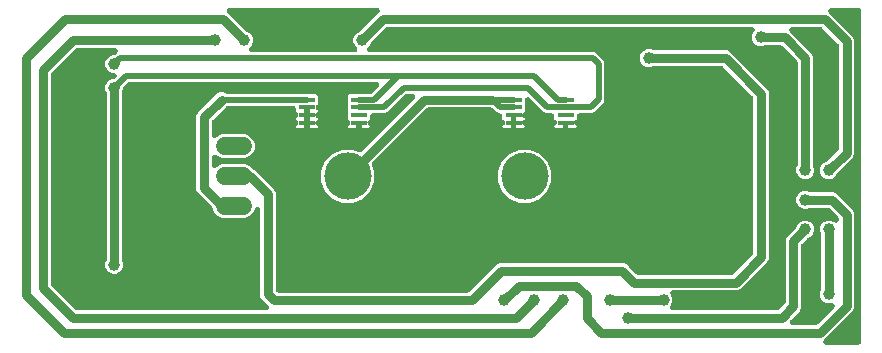
<source format=gbr>
G04 EAGLE Gerber X2 export*
%TF.Part,Single*%
%TF.FileFunction,Copper,L2,Bot,Mixed*%
%TF.FilePolarity,Positive*%
%TF.GenerationSoftware,Autodesk,EAGLE,9.1.0*%
%TF.CreationDate,2020-08-17T16:32:54Z*%
G75*
%MOMM*%
%FSLAX34Y34*%
%LPD*%
%AMOC8*
5,1,8,0,0,1.08239X$1,22.5*%
G01*
%ADD10R,1.400000X0.450000*%
%ADD11C,1.524000*%
%ADD12C,1.000000*%
%ADD13C,0.800000*%
%ADD14C,4.000000*%
%ADD15C,0.500000*%

G36*
X770050Y2505D02*
X770050Y2505D01*
X770100Y2503D01*
X770272Y2525D01*
X770445Y2541D01*
X770493Y2554D01*
X770543Y2560D01*
X770708Y2613D01*
X770876Y2659D01*
X770921Y2681D01*
X770968Y2696D01*
X771122Y2777D01*
X771278Y2852D01*
X771319Y2882D01*
X771363Y2905D01*
X771500Y3012D01*
X771640Y3114D01*
X771675Y3150D01*
X771714Y3181D01*
X771830Y3311D01*
X771950Y3436D01*
X771977Y3478D01*
X772011Y3516D01*
X772101Y3664D01*
X772197Y3808D01*
X772217Y3855D01*
X772243Y3897D01*
X772305Y4059D01*
X772374Y4219D01*
X772385Y4267D01*
X772403Y4314D01*
X772436Y4485D01*
X772475Y4654D01*
X772478Y4704D01*
X772487Y4753D01*
X772499Y5000D01*
X772499Y285000D01*
X772495Y285050D01*
X772497Y285100D01*
X772475Y285272D01*
X772459Y285445D01*
X772446Y285493D01*
X772440Y285543D01*
X772387Y285708D01*
X772341Y285876D01*
X772319Y285921D01*
X772304Y285968D01*
X772223Y286122D01*
X772148Y286278D01*
X772118Y286319D01*
X772095Y286363D01*
X771988Y286500D01*
X771886Y286640D01*
X771850Y286675D01*
X771819Y286714D01*
X771689Y286830D01*
X771564Y286950D01*
X771522Y286977D01*
X771484Y287011D01*
X771336Y287101D01*
X771192Y287197D01*
X771146Y287217D01*
X771103Y287243D01*
X770941Y287305D01*
X770781Y287374D01*
X770733Y287385D01*
X770686Y287403D01*
X770515Y287436D01*
X770346Y287475D01*
X770296Y287478D01*
X770247Y287487D01*
X770000Y287499D01*
X747063Y287499D01*
X746926Y287487D01*
X746790Y287484D01*
X746705Y287467D01*
X746618Y287459D01*
X746486Y287423D01*
X746352Y287396D01*
X746271Y287364D01*
X746187Y287341D01*
X746064Y287282D01*
X745937Y287231D01*
X745863Y287185D01*
X745785Y287148D01*
X745673Y287067D01*
X745558Y286995D01*
X745493Y286937D01*
X745423Y286886D01*
X745328Y286787D01*
X745226Y286695D01*
X745173Y286626D01*
X745113Y286564D01*
X745038Y286450D01*
X744954Y286341D01*
X744914Y286264D01*
X744866Y286192D01*
X744812Y286066D01*
X744749Y285944D01*
X744723Y285861D01*
X744689Y285781D01*
X744658Y285648D01*
X744618Y285517D01*
X744607Y285431D01*
X744588Y285346D01*
X744581Y285210D01*
X744565Y285074D01*
X744570Y284987D01*
X744566Y284900D01*
X744583Y284765D01*
X744591Y284628D01*
X744612Y284543D01*
X744623Y284457D01*
X744665Y284327D01*
X744697Y284194D01*
X744732Y284115D01*
X744759Y284032D01*
X744823Y283911D01*
X744878Y283786D01*
X744927Y283714D01*
X744968Y283637D01*
X745053Y283529D01*
X745130Y283416D01*
X745221Y283315D01*
X745244Y283286D01*
X745262Y283270D01*
X745296Y283233D01*
X765511Y263017D01*
X766501Y260628D01*
X766501Y163707D01*
X765511Y161318D01*
X763331Y159137D01*
X752710Y148517D01*
X752618Y148407D01*
X752520Y148303D01*
X752476Y148236D01*
X752424Y148174D01*
X752353Y148050D01*
X752274Y147930D01*
X752222Y147818D01*
X752203Y147786D01*
X752194Y147760D01*
X752169Y147706D01*
X751359Y145751D01*
X749249Y143641D01*
X746492Y142499D01*
X743508Y142499D01*
X740751Y143641D01*
X738641Y145751D01*
X737499Y148508D01*
X737499Y151492D01*
X738641Y154249D01*
X740751Y156359D01*
X742706Y157169D01*
X742833Y157235D01*
X742964Y157293D01*
X743030Y157338D01*
X743102Y157376D01*
X743215Y157464D01*
X743333Y157544D01*
X743425Y157627D01*
X743454Y157650D01*
X743472Y157670D01*
X743517Y157710D01*
X752767Y166961D01*
X752887Y167104D01*
X753011Y167243D01*
X753030Y167275D01*
X753054Y167304D01*
X753146Y167466D01*
X753243Y167625D01*
X753256Y167660D01*
X753274Y167692D01*
X753336Y167868D01*
X753403Y168042D01*
X753410Y168078D01*
X753423Y168113D01*
X753452Y168298D01*
X753487Y168481D01*
X753490Y168531D01*
X753493Y168554D01*
X753492Y168591D01*
X753499Y168728D01*
X753499Y255607D01*
X753483Y255793D01*
X753471Y255979D01*
X753463Y256015D01*
X753459Y256052D01*
X753410Y256232D01*
X753366Y256413D01*
X753351Y256447D01*
X753341Y256483D01*
X753260Y256651D01*
X753184Y256821D01*
X753164Y256852D01*
X753148Y256885D01*
X753038Y257036D01*
X752933Y257191D01*
X752899Y257228D01*
X752886Y257247D01*
X752859Y257273D01*
X752767Y257374D01*
X739539Y270602D01*
X739396Y270722D01*
X739257Y270846D01*
X739225Y270865D01*
X739196Y270889D01*
X739035Y270981D01*
X738875Y271078D01*
X738840Y271091D01*
X738808Y271109D01*
X738632Y271171D01*
X738458Y271238D01*
X738422Y271245D01*
X738387Y271258D01*
X738202Y271287D01*
X738019Y271322D01*
X737969Y271325D01*
X737946Y271328D01*
X737909Y271327D01*
X737772Y271334D01*
X713893Y271334D01*
X713756Y271322D01*
X713620Y271319D01*
X713535Y271302D01*
X713448Y271294D01*
X713316Y271258D01*
X713182Y271231D01*
X713101Y271199D01*
X713017Y271176D01*
X712894Y271117D01*
X712767Y271066D01*
X712693Y271020D01*
X712615Y270983D01*
X712504Y270902D01*
X712388Y270830D01*
X712323Y270772D01*
X712253Y270721D01*
X712158Y270622D01*
X712056Y270530D01*
X712003Y270461D01*
X711943Y270399D01*
X711867Y270285D01*
X711784Y270176D01*
X711744Y270099D01*
X711696Y270027D01*
X711642Y269901D01*
X711579Y269779D01*
X711553Y269696D01*
X711519Y269616D01*
X711488Y269484D01*
X711448Y269352D01*
X711437Y269266D01*
X711418Y269181D01*
X711411Y269045D01*
X711395Y268909D01*
X711400Y268822D01*
X711396Y268735D01*
X711413Y268600D01*
X711421Y268463D01*
X711442Y268378D01*
X711453Y268292D01*
X711495Y268162D01*
X711527Y268029D01*
X711562Y267949D01*
X711589Y267867D01*
X711653Y267746D01*
X711708Y267621D01*
X711757Y267549D01*
X711798Y267472D01*
X711883Y267364D01*
X711960Y267251D01*
X712051Y267150D01*
X712074Y267121D01*
X712092Y267105D01*
X712126Y267068D01*
X713362Y265831D01*
X713363Y265831D01*
X730511Y248682D01*
X731501Y246293D01*
X731501Y154403D01*
X731514Y154261D01*
X731517Y154117D01*
X731533Y154039D01*
X731541Y153958D01*
X731579Y153820D01*
X731608Y153680D01*
X731649Y153564D01*
X731659Y153528D01*
X731671Y153503D01*
X731691Y153447D01*
X732501Y151492D01*
X732501Y148508D01*
X731359Y145751D01*
X729249Y143641D01*
X726492Y142499D01*
X723508Y142499D01*
X720751Y143641D01*
X718641Y145751D01*
X717499Y148508D01*
X717499Y151492D01*
X718309Y153447D01*
X718352Y153584D01*
X718403Y153717D01*
X718418Y153797D01*
X718442Y153873D01*
X718460Y154015D01*
X718487Y154156D01*
X718493Y154279D01*
X718498Y154316D01*
X718496Y154343D01*
X718499Y154403D01*
X718499Y241272D01*
X718483Y241458D01*
X718471Y241644D01*
X718463Y241680D01*
X718459Y241717D01*
X718410Y241897D01*
X718366Y242078D01*
X718351Y242112D01*
X718341Y242148D01*
X718260Y242316D01*
X718184Y242486D01*
X718164Y242517D01*
X718148Y242550D01*
X718038Y242701D01*
X717933Y242856D01*
X717899Y242893D01*
X717886Y242912D01*
X717859Y242938D01*
X717767Y243039D01*
X705539Y255267D01*
X705396Y255387D01*
X705257Y255511D01*
X705225Y255530D01*
X705196Y255554D01*
X705035Y255646D01*
X704875Y255743D01*
X704840Y255756D01*
X704808Y255774D01*
X704632Y255836D01*
X704458Y255903D01*
X704422Y255910D01*
X704387Y255923D01*
X704202Y255952D01*
X704019Y255987D01*
X703969Y255990D01*
X703946Y255993D01*
X703909Y255992D01*
X703772Y255999D01*
X691903Y255999D01*
X691761Y255986D01*
X691617Y255983D01*
X691539Y255967D01*
X691458Y255959D01*
X691320Y255921D01*
X691180Y255892D01*
X691064Y255851D01*
X691028Y255841D01*
X691003Y255829D01*
X690947Y255809D01*
X688992Y254999D01*
X686008Y254999D01*
X683251Y256141D01*
X681141Y258251D01*
X679999Y261008D01*
X679999Y263992D01*
X681141Y266749D01*
X681460Y267068D01*
X681548Y267173D01*
X681643Y267271D01*
X681691Y267344D01*
X681746Y267411D01*
X681814Y267529D01*
X681890Y267643D01*
X681924Y267723D01*
X681967Y267799D01*
X682013Y267928D01*
X682067Y268054D01*
X682087Y268138D01*
X682115Y268220D01*
X682137Y268356D01*
X682168Y268489D01*
X682172Y268575D01*
X682186Y268661D01*
X682183Y268798D01*
X682190Y268935D01*
X682179Y269021D01*
X682177Y269108D01*
X682150Y269242D01*
X682133Y269378D01*
X682106Y269461D01*
X682089Y269546D01*
X682038Y269673D01*
X681997Y269803D01*
X681956Y269880D01*
X681924Y269961D01*
X681852Y270077D01*
X681788Y270198D01*
X681734Y270266D01*
X681688Y270340D01*
X681596Y270442D01*
X681512Y270549D01*
X681447Y270607D01*
X681388Y270671D01*
X681280Y270755D01*
X681177Y270846D01*
X681103Y270891D01*
X681034Y270944D01*
X680912Y271007D01*
X680796Y271078D01*
X680715Y271109D01*
X680637Y271149D01*
X680506Y271189D01*
X680379Y271238D01*
X680293Y271255D01*
X680210Y271280D01*
X680075Y271296D01*
X679940Y271322D01*
X679804Y271329D01*
X679767Y271333D01*
X679743Y271332D01*
X679693Y271334D01*
X371563Y271334D01*
X371377Y271318D01*
X371191Y271306D01*
X371155Y271298D01*
X371118Y271294D01*
X370938Y271245D01*
X370757Y271201D01*
X370723Y271186D01*
X370687Y271176D01*
X370519Y271095D01*
X370349Y271019D01*
X370318Y270999D01*
X370285Y270983D01*
X370134Y270873D01*
X369979Y270768D01*
X369942Y270734D01*
X369923Y270721D01*
X369897Y270694D01*
X369796Y270602D01*
X357710Y258517D01*
X357618Y258407D01*
X357520Y258303D01*
X357476Y258236D01*
X357424Y258174D01*
X357353Y258050D01*
X357274Y257930D01*
X357222Y257818D01*
X357203Y257786D01*
X357194Y257760D01*
X357169Y257706D01*
X356359Y255751D01*
X354875Y254267D01*
X354787Y254162D01*
X354692Y254064D01*
X354644Y253991D01*
X354588Y253924D01*
X354521Y253805D01*
X354445Y253692D01*
X354411Y253612D01*
X354368Y253536D01*
X354322Y253407D01*
X354268Y253281D01*
X354248Y253197D01*
X354220Y253115D01*
X354198Y252979D01*
X354167Y252846D01*
X354163Y252760D01*
X354149Y252674D01*
X354152Y252537D01*
X354145Y252400D01*
X354156Y252314D01*
X354158Y252227D01*
X354185Y252093D01*
X354202Y251957D01*
X354229Y251874D01*
X354246Y251789D01*
X354297Y251662D01*
X354338Y251532D01*
X354379Y251455D01*
X354411Y251374D01*
X354483Y251258D01*
X354547Y251137D01*
X354601Y251069D01*
X354647Y250995D01*
X354739Y250893D01*
X354823Y250786D01*
X354888Y250728D01*
X354947Y250664D01*
X355055Y250580D01*
X355158Y250489D01*
X355232Y250444D01*
X355301Y250391D01*
X355422Y250328D01*
X355539Y250257D01*
X355620Y250226D01*
X355698Y250186D01*
X355828Y250146D01*
X355956Y250097D01*
X356042Y250080D01*
X356125Y250055D01*
X356260Y250039D01*
X356395Y250013D01*
X356532Y250006D01*
X356568Y250002D01*
X356592Y250003D01*
X356642Y250001D01*
X545995Y250001D01*
X547833Y249239D01*
X554239Y242833D01*
X555001Y240995D01*
X555001Y209005D01*
X554239Y207167D01*
X546083Y199011D01*
X544245Y198249D01*
X534000Y198249D01*
X533950Y198245D01*
X533900Y198247D01*
X533728Y198225D01*
X533555Y198209D01*
X533507Y198196D01*
X533457Y198190D01*
X533292Y198137D01*
X533124Y198091D01*
X533079Y198069D01*
X533032Y198054D01*
X532878Y197973D01*
X532722Y197898D01*
X532681Y197868D01*
X532637Y197845D01*
X532500Y197738D01*
X532360Y197636D01*
X532325Y197600D01*
X532286Y197569D01*
X532170Y197439D01*
X532050Y197314D01*
X532023Y197272D01*
X531989Y197234D01*
X531899Y197086D01*
X531803Y196942D01*
X531783Y196896D01*
X531757Y196853D01*
X531695Y196691D01*
X531626Y196531D01*
X531615Y196483D01*
X531597Y196436D01*
X531564Y196265D01*
X531525Y196096D01*
X531522Y196046D01*
X531513Y195997D01*
X531501Y195750D01*
X531501Y193313D01*
X531519Y193109D01*
X531534Y192908D01*
X531539Y192882D01*
X531541Y192868D01*
X531541Y192731D01*
X531472Y192718D01*
X531376Y192709D01*
X531254Y192676D01*
X531129Y192652D01*
X531039Y192617D01*
X530946Y192591D01*
X530831Y192536D01*
X530712Y192490D01*
X530630Y192440D01*
X530543Y192398D01*
X530440Y192323D01*
X530331Y192257D01*
X530209Y192156D01*
X530181Y192136D01*
X530168Y192123D01*
X530140Y192099D01*
X530007Y191955D01*
X529871Y191813D01*
X529856Y191791D01*
X529837Y191770D01*
X529732Y191605D01*
X529624Y191441D01*
X529613Y191416D01*
X529598Y191393D01*
X529524Y191211D01*
X529447Y191031D01*
X529441Y191005D01*
X529430Y190979D01*
X529390Y190787D01*
X529346Y190596D01*
X529344Y190569D01*
X529339Y190542D01*
X529333Y190346D01*
X529324Y190150D01*
X529327Y190123D01*
X529326Y190095D01*
X529356Y189901D01*
X529381Y189707D01*
X529390Y189681D01*
X529394Y189654D01*
X529458Y189468D01*
X529517Y189281D01*
X529530Y189257D01*
X529539Y189231D01*
X529634Y189060D01*
X529726Y188887D01*
X529743Y188865D01*
X529756Y188841D01*
X529880Y188690D01*
X530002Y188536D01*
X530023Y188517D01*
X530040Y188496D01*
X530189Y188370D01*
X530336Y188239D01*
X530360Y188225D01*
X530381Y188207D01*
X530551Y188109D01*
X530718Y188007D01*
X530744Y187997D01*
X530767Y187983D01*
X530952Y187917D01*
X531135Y187847D01*
X531162Y187841D01*
X531188Y187832D01*
X531380Y187800D01*
X531541Y187769D01*
X531541Y187666D01*
X531368Y187019D01*
X531033Y186440D01*
X530560Y185967D01*
X529981Y185632D01*
X529334Y185459D01*
X524499Y185459D01*
X524499Y189500D01*
X524495Y189550D01*
X524497Y189600D01*
X524475Y189772D01*
X524459Y189945D01*
X524446Y189993D01*
X524440Y190043D01*
X524387Y190208D01*
X524341Y190376D01*
X524319Y190421D01*
X524304Y190468D01*
X524223Y190622D01*
X524148Y190778D01*
X524118Y190819D01*
X524095Y190863D01*
X523988Y190999D01*
X523886Y191140D01*
X523850Y191175D01*
X523819Y191214D01*
X523689Y191330D01*
X523564Y191450D01*
X523522Y191477D01*
X523485Y191511D01*
X523336Y191601D01*
X523192Y191697D01*
X523146Y191717D01*
X523103Y191743D01*
X522941Y191805D01*
X522782Y191874D01*
X522733Y191885D01*
X522686Y191903D01*
X522515Y191936D01*
X522346Y191975D01*
X522297Y191978D01*
X522247Y191987D01*
X522000Y191999D01*
X521950Y191995D01*
X521900Y191997D01*
X521728Y191975D01*
X521555Y191959D01*
X521507Y191946D01*
X521457Y191940D01*
X521292Y191887D01*
X521124Y191841D01*
X521079Y191819D01*
X521031Y191804D01*
X520878Y191723D01*
X520721Y191648D01*
X520681Y191618D01*
X520637Y191595D01*
X520500Y191488D01*
X520360Y191386D01*
X520325Y191350D01*
X520286Y191319D01*
X520170Y191189D01*
X520050Y191064D01*
X520022Y191022D01*
X519989Y190984D01*
X519899Y190836D01*
X519803Y190692D01*
X519783Y190646D01*
X519757Y190603D01*
X519695Y190441D01*
X519626Y190281D01*
X519615Y190233D01*
X519597Y190186D01*
X519564Y190015D01*
X519525Y189846D01*
X519522Y189796D01*
X519513Y189747D01*
X519501Y189500D01*
X519501Y185459D01*
X514666Y185459D01*
X514019Y185632D01*
X513440Y185967D01*
X512967Y186440D01*
X512632Y187019D01*
X512459Y187666D01*
X512459Y187774D01*
X512570Y187781D01*
X512597Y187788D01*
X512624Y187790D01*
X512814Y187843D01*
X513003Y187890D01*
X513028Y187902D01*
X513055Y187909D01*
X513232Y187994D01*
X513410Y188075D01*
X513433Y188090D01*
X513457Y188102D01*
X513617Y188217D01*
X513778Y188329D01*
X513797Y188348D01*
X513819Y188364D01*
X513955Y188505D01*
X514094Y188644D01*
X514110Y188666D01*
X514129Y188686D01*
X514237Y188849D01*
X514349Y189010D01*
X514361Y189035D01*
X514376Y189058D01*
X514454Y189238D01*
X514535Y189417D01*
X514542Y189443D01*
X514553Y189468D01*
X514597Y189659D01*
X514646Y189849D01*
X514648Y189877D01*
X514654Y189903D01*
X514664Y190099D01*
X514678Y190295D01*
X514675Y190322D01*
X514676Y190350D01*
X514651Y190544D01*
X514630Y190739D01*
X514622Y190765D01*
X514619Y190793D01*
X514559Y190979D01*
X514504Y191167D01*
X514491Y191192D01*
X514483Y191218D01*
X514391Y191391D01*
X514303Y191567D01*
X514287Y191589D01*
X514274Y191613D01*
X514153Y191767D01*
X514035Y191924D01*
X514009Y191950D01*
X513998Y191964D01*
X513997Y191964D01*
X513972Y191987D01*
X513860Y192099D01*
X513759Y192176D01*
X513663Y192261D01*
X513581Y192311D01*
X513504Y192369D01*
X513390Y192427D01*
X513282Y192493D01*
X513192Y192528D01*
X513106Y192571D01*
X512984Y192608D01*
X512865Y192653D01*
X512770Y192672D01*
X512678Y192699D01*
X512551Y192713D01*
X512459Y192731D01*
X512459Y192920D01*
X512487Y193066D01*
X512488Y193093D01*
X512491Y193106D01*
X512491Y193136D01*
X512499Y193313D01*
X512499Y195750D01*
X512495Y195800D01*
X512497Y195850D01*
X512475Y196022D01*
X512459Y196195D01*
X512446Y196243D01*
X512440Y196293D01*
X512387Y196458D01*
X512341Y196626D01*
X512319Y196671D01*
X512304Y196718D01*
X512223Y196872D01*
X512148Y197028D01*
X512118Y197069D01*
X512095Y197113D01*
X511988Y197250D01*
X511886Y197390D01*
X511850Y197425D01*
X511819Y197464D01*
X511689Y197580D01*
X511564Y197700D01*
X511522Y197727D01*
X511484Y197761D01*
X511336Y197851D01*
X511192Y197947D01*
X511146Y197967D01*
X511103Y197993D01*
X510941Y198055D01*
X510781Y198124D01*
X510733Y198135D01*
X510686Y198153D01*
X510515Y198186D01*
X510346Y198225D01*
X510296Y198228D01*
X510247Y198237D01*
X510000Y198249D01*
X505755Y198249D01*
X503917Y199011D01*
X491767Y211161D01*
X491662Y211249D01*
X491564Y211343D01*
X491491Y211391D01*
X491424Y211447D01*
X491306Y211515D01*
X491192Y211590D01*
X491112Y211625D01*
X491036Y211668D01*
X490907Y211713D01*
X490781Y211767D01*
X490697Y211787D01*
X490615Y211816D01*
X490479Y211838D01*
X490346Y211869D01*
X490260Y211873D01*
X490174Y211887D01*
X490037Y211884D01*
X489900Y211891D01*
X489814Y211879D01*
X489727Y211878D01*
X489593Y211851D01*
X489457Y211833D01*
X489374Y211807D01*
X489289Y211789D01*
X489162Y211739D01*
X489032Y211697D01*
X488955Y211657D01*
X488874Y211625D01*
X488758Y211552D01*
X488637Y211488D01*
X488569Y211435D01*
X488495Y211389D01*
X488393Y211297D01*
X488286Y211212D01*
X488228Y211147D01*
X488164Y211089D01*
X488080Y210980D01*
X487989Y210878D01*
X487944Y210804D01*
X487891Y210735D01*
X487828Y210613D01*
X487757Y210496D01*
X487726Y210415D01*
X487686Y210338D01*
X487646Y210207D01*
X487597Y210079D01*
X487580Y209994D01*
X487555Y209911D01*
X487539Y209775D01*
X487513Y209641D01*
X487506Y209504D01*
X487502Y209467D01*
X487503Y209444D01*
X487501Y209393D01*
X487501Y199813D01*
X487519Y199611D01*
X487534Y199408D01*
X487539Y199382D01*
X487541Y199368D01*
X487541Y199231D01*
X487472Y199218D01*
X487376Y199209D01*
X487254Y199176D01*
X487129Y199152D01*
X487039Y199117D01*
X486946Y199091D01*
X486831Y199036D01*
X486712Y198990D01*
X486630Y198940D01*
X486543Y198898D01*
X486440Y198823D01*
X486331Y198757D01*
X486209Y198656D01*
X486181Y198636D01*
X486168Y198623D01*
X486140Y198599D01*
X486007Y198455D01*
X485871Y198313D01*
X485856Y198291D01*
X485837Y198270D01*
X485732Y198105D01*
X485624Y197941D01*
X485613Y197916D01*
X485598Y197893D01*
X485524Y197711D01*
X485447Y197531D01*
X485441Y197505D01*
X485430Y197479D01*
X485390Y197287D01*
X485346Y197096D01*
X485344Y197069D01*
X485339Y197042D01*
X485333Y196846D01*
X485324Y196650D01*
X485327Y196623D01*
X485326Y196595D01*
X485356Y196401D01*
X485381Y196207D01*
X485390Y196181D01*
X485394Y196154D01*
X485458Y195968D01*
X485517Y195781D01*
X485530Y195757D01*
X485539Y195731D01*
X485634Y195560D01*
X485726Y195387D01*
X485743Y195365D01*
X485756Y195341D01*
X485880Y195190D01*
X486002Y195036D01*
X486023Y195017D01*
X486040Y194996D01*
X486189Y194870D01*
X486336Y194739D01*
X486360Y194725D01*
X486381Y194707D01*
X486551Y194609D01*
X486718Y194507D01*
X486744Y194497D01*
X486767Y194483D01*
X486952Y194417D01*
X487135Y194347D01*
X487162Y194341D01*
X487188Y194332D01*
X487380Y194300D01*
X487541Y194269D01*
X487541Y194165D01*
X487536Y194147D01*
X487521Y194065D01*
X487498Y193985D01*
X487483Y193845D01*
X487459Y193707D01*
X487460Y193623D01*
X487451Y193541D01*
X487461Y193401D01*
X487462Y193260D01*
X487478Y193178D01*
X487484Y193095D01*
X487536Y192853D01*
X487541Y192835D01*
X487541Y192736D01*
X487463Y192726D01*
X487274Y192709D01*
X487241Y192700D01*
X487207Y192696D01*
X487026Y192641D01*
X486843Y192591D01*
X486812Y192576D01*
X486779Y192566D01*
X486555Y192462D01*
X486554Y192461D01*
X486499Y192426D01*
X486441Y192398D01*
X486440Y192397D01*
X486312Y192305D01*
X486179Y192219D01*
X486131Y192174D01*
X486078Y192136D01*
X485969Y192022D01*
X485853Y191913D01*
X485814Y191861D01*
X485769Y191813D01*
X485681Y191682D01*
X485587Y191555D01*
X485558Y191496D01*
X485521Y191441D01*
X485459Y191296D01*
X485389Y191155D01*
X485370Y191091D01*
X485344Y191031D01*
X485309Y190878D01*
X485265Y190725D01*
X485258Y190660D01*
X485243Y190596D01*
X485235Y190439D01*
X485219Y190281D01*
X485224Y190215D01*
X485221Y190150D01*
X485242Y189993D01*
X485254Y189836D01*
X485270Y189772D01*
X485279Y189707D01*
X485327Y189556D01*
X485367Y189404D01*
X485394Y189344D01*
X485414Y189281D01*
X485488Y189142D01*
X485555Y188998D01*
X485593Y188945D01*
X485624Y188887D01*
X485721Y188762D01*
X485812Y188633D01*
X485859Y188587D01*
X485900Y188536D01*
X486018Y188431D01*
X486131Y188320D01*
X486185Y188283D01*
X486234Y188239D01*
X486369Y188157D01*
X486500Y188068D01*
X486560Y188041D01*
X486616Y188007D01*
X486763Y187950D01*
X486907Y187886D01*
X486971Y187870D01*
X487032Y187847D01*
X487188Y187817D01*
X487341Y187779D01*
X487407Y187775D01*
X487471Y187763D01*
X487541Y187759D01*
X487541Y187666D01*
X487368Y187019D01*
X487033Y186440D01*
X486560Y185967D01*
X485981Y185632D01*
X485334Y185459D01*
X480499Y185459D01*
X480499Y190250D01*
X480499Y195750D01*
X480495Y195800D01*
X480497Y195850D01*
X480475Y196022D01*
X480459Y196195D01*
X480446Y196243D01*
X480440Y196293D01*
X480387Y196458D01*
X480341Y196626D01*
X480319Y196671D01*
X480304Y196718D01*
X480223Y196872D01*
X480148Y197028D01*
X480118Y197069D01*
X480095Y197113D01*
X479988Y197250D01*
X479886Y197390D01*
X479850Y197425D01*
X479819Y197464D01*
X479689Y197580D01*
X479564Y197700D01*
X479522Y197727D01*
X479485Y197761D01*
X479336Y197851D01*
X479192Y197947D01*
X479146Y197967D01*
X479103Y197993D01*
X478941Y198055D01*
X478782Y198124D01*
X478733Y198135D01*
X478686Y198153D01*
X478515Y198186D01*
X478346Y198225D01*
X478297Y198228D01*
X478247Y198237D01*
X478000Y198249D01*
X477950Y198245D01*
X477900Y198247D01*
X477728Y198225D01*
X477555Y198209D01*
X477507Y198196D01*
X477457Y198190D01*
X477292Y198137D01*
X477124Y198091D01*
X477079Y198069D01*
X477031Y198054D01*
X476878Y197973D01*
X476721Y197898D01*
X476681Y197868D01*
X476637Y197845D01*
X476500Y197738D01*
X476360Y197636D01*
X476325Y197600D01*
X476286Y197569D01*
X476170Y197439D01*
X476050Y197314D01*
X476022Y197272D01*
X475989Y197234D01*
X475899Y197086D01*
X475803Y196942D01*
X475783Y196896D01*
X475757Y196853D01*
X475695Y196691D01*
X475626Y196531D01*
X475615Y196483D01*
X475597Y196436D01*
X475564Y196265D01*
X475525Y196096D01*
X475522Y196046D01*
X475513Y195997D01*
X475501Y195750D01*
X475501Y190250D01*
X475501Y185459D01*
X470666Y185459D01*
X470019Y185632D01*
X469440Y185967D01*
X468967Y186440D01*
X468632Y187019D01*
X468459Y187666D01*
X468459Y187761D01*
X468569Y187776D01*
X468727Y187790D01*
X468790Y187808D01*
X468855Y187817D01*
X469005Y187867D01*
X469157Y187909D01*
X469217Y187937D01*
X469279Y187958D01*
X469417Y188034D01*
X469560Y188102D01*
X469613Y188141D01*
X469671Y188172D01*
X469794Y188271D01*
X469922Y188364D01*
X469967Y188411D01*
X470018Y188453D01*
X470122Y188572D01*
X470231Y188686D01*
X470268Y188741D01*
X470311Y188791D01*
X470391Y188927D01*
X470479Y189058D01*
X470505Y189119D01*
X470538Y189175D01*
X470593Y189323D01*
X470656Y189468D01*
X470670Y189532D01*
X470693Y189594D01*
X470721Y189750D01*
X470757Y189903D01*
X470760Y189969D01*
X470771Y190034D01*
X470771Y190192D01*
X470779Y190350D01*
X470770Y190415D01*
X470770Y190480D01*
X470742Y190636D01*
X470721Y190793D01*
X470701Y190855D01*
X470689Y190920D01*
X470634Y191068D01*
X470586Y191218D01*
X470555Y191276D01*
X470532Y191338D01*
X470450Y191474D01*
X470376Y191613D01*
X470336Y191664D01*
X470302Y191721D01*
X470198Y191840D01*
X470100Y191964D01*
X470051Y192008D01*
X470008Y192057D01*
X469884Y192156D01*
X469766Y192260D01*
X469710Y192295D01*
X469659Y192335D01*
X469446Y192461D01*
X469445Y192462D01*
X469413Y192475D01*
X469384Y192493D01*
X469208Y192561D01*
X469033Y192634D01*
X468999Y192641D01*
X468967Y192653D01*
X468781Y192689D01*
X468596Y192729D01*
X468562Y192731D01*
X468528Y192737D01*
X468459Y192741D01*
X468459Y192834D01*
X468464Y192853D01*
X468479Y192935D01*
X468502Y193015D01*
X468517Y193155D01*
X468541Y193293D01*
X468540Y193377D01*
X468549Y193459D01*
X468539Y193599D01*
X468538Y193740D01*
X468522Y193822D01*
X468516Y193905D01*
X468464Y194147D01*
X468459Y194165D01*
X468459Y195750D01*
X468455Y195800D01*
X468457Y195850D01*
X468435Y196022D01*
X468419Y196195D01*
X468406Y196243D01*
X468400Y196293D01*
X468347Y196458D01*
X468301Y196626D01*
X468279Y196671D01*
X468264Y196718D01*
X468183Y196872D01*
X468108Y197028D01*
X468078Y197069D01*
X468055Y197113D01*
X467948Y197250D01*
X467846Y197390D01*
X467810Y197425D01*
X467779Y197464D01*
X467649Y197580D01*
X467524Y197700D01*
X467482Y197727D01*
X467444Y197761D01*
X467296Y197851D01*
X467152Y197947D01*
X467106Y197967D01*
X467063Y197993D01*
X466901Y198055D01*
X466741Y198124D01*
X466693Y198135D01*
X466646Y198153D01*
X466475Y198186D01*
X466306Y198225D01*
X466256Y198228D01*
X466207Y198237D01*
X465960Y198249D01*
X465505Y198249D01*
X463667Y199011D01*
X460161Y202517D01*
X460017Y202637D01*
X459878Y202761D01*
X459846Y202780D01*
X459818Y202804D01*
X459656Y202896D01*
X459496Y202993D01*
X459462Y203006D01*
X459429Y203024D01*
X459253Y203086D01*
X459079Y203153D01*
X459043Y203160D01*
X459008Y203173D01*
X458824Y203202D01*
X458641Y203237D01*
X458590Y203240D01*
X458567Y203243D01*
X458530Y203242D01*
X458393Y203249D01*
X405978Y203249D01*
X405792Y203233D01*
X405606Y203221D01*
X405570Y203213D01*
X405533Y203209D01*
X405353Y203160D01*
X405172Y203116D01*
X405138Y203101D01*
X405102Y203091D01*
X404934Y203010D01*
X404764Y202934D01*
X404733Y202914D01*
X404700Y202898D01*
X404549Y202788D01*
X404394Y202683D01*
X404357Y202649D01*
X404338Y202636D01*
X404312Y202609D01*
X404211Y202517D01*
X358595Y156901D01*
X358591Y156896D01*
X358586Y156892D01*
X358446Y156724D01*
X358308Y156559D01*
X358305Y156553D01*
X358301Y156548D01*
X358194Y156357D01*
X358088Y156170D01*
X358086Y156164D01*
X358082Y156158D01*
X358012Y155954D01*
X357940Y155749D01*
X357939Y155742D01*
X357936Y155736D01*
X357903Y155522D01*
X357869Y155308D01*
X357869Y155301D01*
X357868Y155295D01*
X357873Y155076D01*
X357878Y154861D01*
X357879Y154855D01*
X357879Y154848D01*
X357924Y154633D01*
X357966Y154423D01*
X357968Y154417D01*
X357970Y154411D01*
X358053Y154178D01*
X360001Y149476D01*
X360001Y140524D01*
X356575Y132254D01*
X350246Y125925D01*
X341976Y122499D01*
X333024Y122499D01*
X324754Y125925D01*
X318425Y132254D01*
X314999Y140524D01*
X314999Y149476D01*
X318425Y157746D01*
X324754Y164075D01*
X333024Y167501D01*
X341976Y167501D01*
X346678Y165553D01*
X346684Y165551D01*
X346690Y165548D01*
X346896Y165485D01*
X347104Y165420D01*
X347111Y165419D01*
X347117Y165417D01*
X347330Y165391D01*
X347547Y165364D01*
X347554Y165365D01*
X347560Y165364D01*
X347775Y165377D01*
X347993Y165389D01*
X348000Y165390D01*
X348006Y165391D01*
X348214Y165441D01*
X348428Y165492D01*
X348434Y165495D01*
X348440Y165496D01*
X348636Y165583D01*
X348837Y165671D01*
X348843Y165675D01*
X348848Y165678D01*
X349030Y165801D01*
X349208Y165920D01*
X349212Y165925D01*
X349218Y165929D01*
X349401Y166095D01*
X394039Y210733D01*
X394127Y210838D01*
X394222Y210936D01*
X394270Y211009D01*
X394326Y211076D01*
X394393Y211194D01*
X394469Y211308D01*
X394504Y211388D01*
X394547Y211464D01*
X394592Y211593D01*
X394646Y211719D01*
X394666Y211803D01*
X394695Y211885D01*
X394716Y212021D01*
X394747Y212154D01*
X394752Y212240D01*
X394765Y212326D01*
X394763Y212463D01*
X394769Y212600D01*
X394758Y212686D01*
X394756Y212773D01*
X394729Y212907D01*
X394712Y213043D01*
X394685Y213126D01*
X394668Y213211D01*
X394618Y213338D01*
X394576Y213468D01*
X394535Y213545D01*
X394503Y213626D01*
X394431Y213742D01*
X394367Y213863D01*
X394313Y213932D01*
X394267Y214005D01*
X394176Y214107D01*
X394091Y214214D01*
X394026Y214272D01*
X393967Y214336D01*
X393859Y214420D01*
X393757Y214511D01*
X393682Y214556D01*
X393613Y214609D01*
X393492Y214672D01*
X393375Y214743D01*
X393294Y214774D01*
X393217Y214814D01*
X393086Y214854D01*
X392958Y214903D01*
X392872Y214920D01*
X392790Y214945D01*
X392654Y214961D01*
X392519Y214987D01*
X392383Y214994D01*
X392346Y214998D01*
X392323Y214997D01*
X392272Y214999D01*
X388107Y214999D01*
X387921Y214983D01*
X387735Y214971D01*
X387699Y214963D01*
X387662Y214959D01*
X387481Y214910D01*
X387301Y214866D01*
X387267Y214851D01*
X387231Y214841D01*
X387063Y214760D01*
X386892Y214684D01*
X386862Y214664D01*
X386828Y214648D01*
X386677Y214538D01*
X386523Y214433D01*
X386485Y214399D01*
X386466Y214386D01*
X386441Y214359D01*
X386339Y214267D01*
X371083Y199011D01*
X369245Y198249D01*
X359000Y198249D01*
X358950Y198245D01*
X358900Y198247D01*
X358728Y198225D01*
X358555Y198209D01*
X358507Y198196D01*
X358457Y198190D01*
X358292Y198137D01*
X358124Y198091D01*
X358079Y198069D01*
X358032Y198054D01*
X357878Y197973D01*
X357722Y197898D01*
X357681Y197868D01*
X357637Y197845D01*
X357500Y197738D01*
X357360Y197636D01*
X357325Y197600D01*
X357286Y197569D01*
X357170Y197439D01*
X357050Y197314D01*
X357023Y197272D01*
X356989Y197234D01*
X356899Y197086D01*
X356803Y196942D01*
X356783Y196896D01*
X356757Y196853D01*
X356695Y196691D01*
X356626Y196531D01*
X356615Y196483D01*
X356597Y196436D01*
X356564Y196265D01*
X356525Y196096D01*
X356522Y196046D01*
X356513Y195997D01*
X356501Y195750D01*
X356501Y193313D01*
X356519Y193111D01*
X356534Y192908D01*
X356539Y192882D01*
X356541Y192868D01*
X356541Y192731D01*
X356472Y192718D01*
X356376Y192709D01*
X356254Y192676D01*
X356129Y192652D01*
X356039Y192617D01*
X355946Y192591D01*
X355831Y192536D01*
X355712Y192490D01*
X355630Y192440D01*
X355543Y192398D01*
X355440Y192323D01*
X355331Y192257D01*
X355209Y192156D01*
X355181Y192136D01*
X355168Y192123D01*
X355140Y192099D01*
X355007Y191955D01*
X354871Y191813D01*
X354856Y191791D01*
X354837Y191770D01*
X354732Y191605D01*
X354624Y191441D01*
X354613Y191416D01*
X354598Y191393D01*
X354524Y191211D01*
X354447Y191031D01*
X354441Y191005D01*
X354430Y190979D01*
X354390Y190787D01*
X354346Y190596D01*
X354344Y190569D01*
X354339Y190542D01*
X354333Y190346D01*
X354324Y190150D01*
X354327Y190123D01*
X354326Y190095D01*
X354356Y189901D01*
X354381Y189707D01*
X354390Y189681D01*
X354394Y189654D01*
X354458Y189468D01*
X354517Y189281D01*
X354530Y189257D01*
X354539Y189231D01*
X354634Y189060D01*
X354726Y188887D01*
X354743Y188865D01*
X354756Y188841D01*
X354880Y188690D01*
X355002Y188536D01*
X355023Y188517D01*
X355040Y188496D01*
X355189Y188370D01*
X355336Y188239D01*
X355360Y188225D01*
X355381Y188207D01*
X355551Y188109D01*
X355718Y188007D01*
X355744Y187997D01*
X355767Y187983D01*
X355952Y187917D01*
X356135Y187847D01*
X356162Y187841D01*
X356188Y187832D01*
X356380Y187800D01*
X356541Y187769D01*
X356541Y187666D01*
X356368Y187019D01*
X356033Y186440D01*
X355560Y185967D01*
X354981Y185632D01*
X354334Y185459D01*
X349499Y185459D01*
X349499Y189500D01*
X349495Y189550D01*
X349497Y189600D01*
X349475Y189772D01*
X349459Y189945D01*
X349446Y189993D01*
X349440Y190043D01*
X349387Y190208D01*
X349341Y190376D01*
X349319Y190421D01*
X349304Y190468D01*
X349223Y190622D01*
X349148Y190778D01*
X349118Y190819D01*
X349095Y190863D01*
X348988Y190999D01*
X348886Y191140D01*
X348850Y191175D01*
X348819Y191214D01*
X348689Y191330D01*
X348564Y191450D01*
X348522Y191477D01*
X348485Y191511D01*
X348336Y191601D01*
X348192Y191697D01*
X348146Y191717D01*
X348103Y191743D01*
X347941Y191805D01*
X347782Y191874D01*
X347733Y191885D01*
X347686Y191903D01*
X347515Y191936D01*
X347346Y191975D01*
X347297Y191978D01*
X347247Y191987D01*
X347000Y191999D01*
X346950Y191995D01*
X346900Y191997D01*
X346728Y191975D01*
X346555Y191959D01*
X346507Y191946D01*
X346457Y191940D01*
X346292Y191887D01*
X346124Y191841D01*
X346079Y191819D01*
X346031Y191804D01*
X345878Y191723D01*
X345721Y191648D01*
X345681Y191618D01*
X345637Y191595D01*
X345500Y191488D01*
X345360Y191386D01*
X345325Y191350D01*
X345286Y191319D01*
X345170Y191189D01*
X345050Y191064D01*
X345022Y191022D01*
X344989Y190984D01*
X344899Y190836D01*
X344803Y190692D01*
X344783Y190646D01*
X344757Y190603D01*
X344695Y190441D01*
X344626Y190281D01*
X344615Y190233D01*
X344597Y190186D01*
X344564Y190015D01*
X344525Y189846D01*
X344522Y189796D01*
X344513Y189747D01*
X344501Y189500D01*
X344501Y185459D01*
X339666Y185459D01*
X339019Y185632D01*
X338440Y185967D01*
X337967Y186440D01*
X337632Y187019D01*
X337459Y187666D01*
X337459Y187767D01*
X337537Y187783D01*
X337624Y187790D01*
X337756Y187827D01*
X337890Y187854D01*
X337971Y187886D01*
X338055Y187909D01*
X338178Y187968D01*
X338305Y188019D01*
X338379Y188065D01*
X338457Y188102D01*
X338569Y188183D01*
X338684Y188255D01*
X338749Y188313D01*
X338819Y188364D01*
X338914Y188463D01*
X339016Y188555D01*
X339069Y188624D01*
X339129Y188686D01*
X339204Y188800D01*
X339288Y188909D01*
X339328Y188986D01*
X339376Y189058D01*
X339430Y189184D01*
X339493Y189305D01*
X339519Y189389D01*
X339553Y189468D01*
X339584Y189602D01*
X339624Y189732D01*
X339635Y189819D01*
X339654Y189903D01*
X339661Y190040D01*
X339677Y190176D01*
X339672Y190263D01*
X339676Y190350D01*
X339659Y190485D01*
X339651Y190622D01*
X339630Y190706D01*
X339619Y190793D01*
X339577Y190923D01*
X339545Y191056D01*
X339510Y191135D01*
X339483Y191218D01*
X339419Y191339D01*
X339364Y191464D01*
X339315Y191536D01*
X339274Y191613D01*
X339189Y191720D01*
X339113Y191834D01*
X339021Y191935D01*
X338998Y191964D01*
X338980Y191980D01*
X338946Y192017D01*
X338803Y192137D01*
X338663Y192261D01*
X338632Y192280D01*
X338603Y192304D01*
X338441Y192396D01*
X338282Y192493D01*
X338247Y192506D01*
X338215Y192525D01*
X338039Y192586D01*
X337865Y192653D01*
X337828Y192660D01*
X337793Y192673D01*
X337609Y192702D01*
X337459Y192731D01*
X337459Y192920D01*
X337487Y193066D01*
X337488Y193093D01*
X337491Y193106D01*
X337491Y193136D01*
X337499Y193313D01*
X337499Y213036D01*
X338964Y214501D01*
X344905Y214501D01*
X345047Y214514D01*
X345190Y214517D01*
X345269Y214533D01*
X345349Y214541D01*
X345488Y214579D01*
X345628Y214608D01*
X345744Y214649D01*
X345780Y214659D01*
X345805Y214671D01*
X345861Y214691D01*
X346005Y214751D01*
X356643Y214751D01*
X356829Y214767D01*
X357015Y214779D01*
X357051Y214787D01*
X357088Y214791D01*
X357268Y214840D01*
X357449Y214884D01*
X357483Y214899D01*
X357519Y214909D01*
X357687Y214990D01*
X357858Y215066D01*
X357888Y215086D01*
X357922Y215102D01*
X358073Y215212D01*
X358227Y215317D01*
X358265Y215351D01*
X358284Y215364D01*
X358309Y215391D01*
X358411Y215483D01*
X363661Y220733D01*
X363748Y220838D01*
X363843Y220936D01*
X363891Y221009D01*
X363947Y221076D01*
X364015Y221194D01*
X364090Y221308D01*
X364125Y221388D01*
X364168Y221464D01*
X364213Y221593D01*
X364267Y221719D01*
X364287Y221803D01*
X364316Y221885D01*
X364338Y222021D01*
X364369Y222154D01*
X364373Y222240D01*
X364387Y222326D01*
X364384Y222463D01*
X364391Y222600D01*
X364379Y222686D01*
X364378Y222773D01*
X364351Y222907D01*
X364333Y223043D01*
X364307Y223126D01*
X364289Y223211D01*
X364239Y223338D01*
X364197Y223468D01*
X364157Y223545D01*
X364125Y223626D01*
X364052Y223742D01*
X363988Y223863D01*
X363935Y223931D01*
X363889Y224005D01*
X363797Y224107D01*
X363712Y224214D01*
X363647Y224272D01*
X363589Y224336D01*
X363480Y224420D01*
X363378Y224511D01*
X363304Y224556D01*
X363235Y224609D01*
X363113Y224672D01*
X362996Y224743D01*
X362915Y224774D01*
X362838Y224814D01*
X362707Y224854D01*
X362579Y224903D01*
X362494Y224920D01*
X362411Y224945D01*
X362275Y224961D01*
X362141Y224987D01*
X362004Y224994D01*
X361967Y224998D01*
X361944Y224997D01*
X361893Y224999D01*
X153107Y224999D01*
X152921Y224983D01*
X152735Y224971D01*
X152699Y224963D01*
X152662Y224959D01*
X152481Y224910D01*
X152301Y224866D01*
X152267Y224851D01*
X152231Y224841D01*
X152063Y224760D01*
X151892Y224684D01*
X151862Y224664D01*
X151828Y224648D01*
X151677Y224538D01*
X151523Y224433D01*
X151485Y224399D01*
X151466Y224386D01*
X151441Y224359D01*
X151339Y224267D01*
X148233Y221161D01*
X148113Y221017D01*
X147989Y220878D01*
X147970Y220846D01*
X147946Y220818D01*
X147854Y220656D01*
X147757Y220496D01*
X147744Y220462D01*
X147726Y220429D01*
X147664Y220253D01*
X147597Y220079D01*
X147590Y220043D01*
X147577Y220008D01*
X147548Y219824D01*
X147513Y219641D01*
X147510Y219590D01*
X147507Y219567D01*
X147508Y219530D01*
X147501Y219393D01*
X147501Y218508D01*
X146691Y216553D01*
X146648Y216416D01*
X146597Y216283D01*
X146582Y216203D01*
X146558Y216127D01*
X146540Y215985D01*
X146513Y215844D01*
X146507Y215721D01*
X146502Y215684D01*
X146504Y215657D01*
X146501Y215597D01*
X146501Y74403D01*
X146514Y74261D01*
X146517Y74117D01*
X146533Y74039D01*
X146541Y73958D01*
X146579Y73820D01*
X146608Y73680D01*
X146649Y73564D01*
X146659Y73528D01*
X146671Y73503D01*
X146691Y73447D01*
X147501Y71492D01*
X147501Y68508D01*
X146359Y65751D01*
X144249Y63641D01*
X141492Y62499D01*
X138508Y62499D01*
X135751Y63641D01*
X133641Y65751D01*
X132499Y68508D01*
X132499Y71492D01*
X133309Y73447D01*
X133352Y73584D01*
X133403Y73717D01*
X133418Y73797D01*
X133442Y73873D01*
X133460Y74015D01*
X133487Y74156D01*
X133493Y74279D01*
X133498Y74316D01*
X133496Y74343D01*
X133499Y74403D01*
X133499Y215597D01*
X133486Y215739D01*
X133483Y215883D01*
X133467Y215961D01*
X133459Y216042D01*
X133421Y216180D01*
X133392Y216320D01*
X133351Y216436D01*
X133341Y216472D01*
X133329Y216497D01*
X133309Y216553D01*
X132499Y218508D01*
X132499Y221492D01*
X133641Y224249D01*
X135751Y226359D01*
X138508Y227501D01*
X139393Y227501D01*
X139402Y227501D01*
X139410Y227501D01*
X139622Y227521D01*
X139838Y227541D01*
X139846Y227543D01*
X139855Y227544D01*
X140061Y227602D01*
X140269Y227659D01*
X140276Y227663D01*
X140285Y227665D01*
X140511Y227765D01*
X140589Y227813D01*
X140672Y227852D01*
X140779Y227930D01*
X140891Y227999D01*
X140959Y228061D01*
X141034Y228114D01*
X141125Y228210D01*
X141223Y228298D01*
X141280Y228370D01*
X141343Y228436D01*
X141416Y228546D01*
X141497Y228651D01*
X141540Y228732D01*
X141590Y228808D01*
X141643Y228930D01*
X141704Y229047D01*
X141731Y229135D01*
X141767Y229219D01*
X141797Y229347D01*
X141837Y229473D01*
X141848Y229565D01*
X141869Y229654D01*
X141875Y229785D01*
X141891Y229917D01*
X141886Y230008D01*
X141891Y230100D01*
X141874Y230231D01*
X141866Y230363D01*
X141845Y230452D01*
X141833Y230543D01*
X141793Y230669D01*
X141762Y230797D01*
X141725Y230881D01*
X141697Y230968D01*
X141636Y231085D01*
X141582Y231206D01*
X141531Y231282D01*
X141488Y231363D01*
X141407Y231467D01*
X141333Y231577D01*
X141269Y231642D01*
X141212Y231714D01*
X141113Y231802D01*
X141021Y231897D01*
X140946Y231950D01*
X140878Y232011D01*
X140765Y232079D01*
X140658Y232156D01*
X140575Y232195D01*
X140496Y232243D01*
X140373Y232290D01*
X140254Y232347D01*
X140165Y232370D01*
X140079Y232403D01*
X139949Y232428D01*
X139822Y232462D01*
X139731Y232470D01*
X139641Y232487D01*
X139393Y232499D01*
X138508Y232499D01*
X135751Y233641D01*
X133641Y235751D01*
X132499Y238508D01*
X132499Y241492D01*
X133641Y244249D01*
X135751Y246359D01*
X138508Y247501D01*
X139393Y247501D01*
X139579Y247517D01*
X139765Y247529D01*
X139801Y247537D01*
X139838Y247541D01*
X140018Y247590D01*
X140199Y247634D01*
X140233Y247649D01*
X140269Y247659D01*
X140437Y247740D01*
X140608Y247816D01*
X140638Y247836D01*
X140672Y247852D01*
X140823Y247962D01*
X140977Y248067D01*
X141014Y248100D01*
X141034Y248114D01*
X141059Y248141D01*
X141161Y248233D01*
X142161Y249233D01*
X142248Y249338D01*
X142343Y249436D01*
X142391Y249509D01*
X142447Y249576D01*
X142515Y249695D01*
X142590Y249808D01*
X142625Y249888D01*
X142668Y249964D01*
X142713Y250093D01*
X142767Y250219D01*
X142787Y250303D01*
X142816Y250385D01*
X142838Y250520D01*
X142869Y250654D01*
X142873Y250740D01*
X142887Y250826D01*
X142884Y250963D01*
X142891Y251100D01*
X142879Y251186D01*
X142878Y251273D01*
X142851Y251407D01*
X142833Y251543D01*
X142807Y251626D01*
X142789Y251711D01*
X142739Y251838D01*
X142697Y251968D01*
X142657Y252045D01*
X142625Y252126D01*
X142552Y252242D01*
X142488Y252363D01*
X142434Y252432D01*
X142389Y252505D01*
X142297Y252607D01*
X142212Y252714D01*
X142147Y252772D01*
X142089Y252836D01*
X141980Y252920D01*
X141878Y253011D01*
X141804Y253056D01*
X141735Y253109D01*
X141613Y253172D01*
X141496Y253243D01*
X141415Y253274D01*
X141338Y253314D01*
X141207Y253354D01*
X141079Y253403D01*
X140994Y253420D01*
X140911Y253445D01*
X140775Y253461D01*
X140641Y253487D01*
X140504Y253494D01*
X140467Y253498D01*
X140444Y253497D01*
X140393Y253499D01*
X108728Y253499D01*
X108542Y253483D01*
X108356Y253471D01*
X108320Y253463D01*
X108283Y253459D01*
X108103Y253410D01*
X107922Y253366D01*
X107888Y253351D01*
X107852Y253341D01*
X107684Y253260D01*
X107514Y253184D01*
X107483Y253164D01*
X107450Y253148D01*
X107299Y253038D01*
X107144Y252933D01*
X107107Y252899D01*
X107088Y252886D01*
X107062Y252859D01*
X106961Y252767D01*
X87233Y233039D01*
X87113Y232896D01*
X86989Y232757D01*
X86970Y232725D01*
X86946Y232696D01*
X86854Y232535D01*
X86757Y232375D01*
X86744Y232340D01*
X86726Y232308D01*
X86664Y232132D01*
X86597Y231958D01*
X86590Y231922D01*
X86577Y231887D01*
X86548Y231702D01*
X86513Y231519D01*
X86510Y231469D01*
X86507Y231446D01*
X86508Y231409D01*
X86501Y231272D01*
X86501Y53728D01*
X86517Y53542D01*
X86529Y53356D01*
X86537Y53320D01*
X86541Y53283D01*
X86590Y53103D01*
X86634Y52922D01*
X86649Y52888D01*
X86659Y52852D01*
X86740Y52684D01*
X86816Y52514D01*
X86836Y52483D01*
X86852Y52450D01*
X86962Y52299D01*
X87067Y52144D01*
X87101Y52107D01*
X87114Y52088D01*
X87141Y52062D01*
X87233Y51961D01*
X106961Y32233D01*
X107104Y32113D01*
X107243Y31989D01*
X107275Y31970D01*
X107304Y31946D01*
X107465Y31854D01*
X107625Y31757D01*
X107660Y31744D01*
X107692Y31726D01*
X107868Y31664D01*
X108042Y31597D01*
X108078Y31590D01*
X108113Y31577D01*
X108298Y31548D01*
X108481Y31513D01*
X108531Y31510D01*
X108554Y31507D01*
X108591Y31508D01*
X108728Y31501D01*
X268272Y31501D01*
X268409Y31513D01*
X268545Y31516D01*
X268630Y31533D01*
X268717Y31541D01*
X268849Y31577D01*
X268983Y31604D01*
X269064Y31636D01*
X269148Y31659D01*
X269271Y31718D01*
X269398Y31769D01*
X269472Y31815D01*
X269550Y31852D01*
X269661Y31933D01*
X269777Y32005D01*
X269842Y32063D01*
X269912Y32114D01*
X270007Y32213D01*
X270109Y32305D01*
X270162Y32374D01*
X270222Y32436D01*
X270298Y32550D01*
X270381Y32659D01*
X270421Y32736D01*
X270469Y32808D01*
X270523Y32934D01*
X270586Y33056D01*
X270612Y33139D01*
X270646Y33219D01*
X270677Y33352D01*
X270717Y33483D01*
X270728Y33569D01*
X270747Y33654D01*
X270754Y33790D01*
X270770Y33926D01*
X270765Y34013D01*
X270769Y34100D01*
X270752Y34235D01*
X270744Y34372D01*
X270723Y34457D01*
X270712Y34543D01*
X270670Y34673D01*
X270638Y34806D01*
X270603Y34886D01*
X270576Y34968D01*
X270512Y35089D01*
X270457Y35214D01*
X270408Y35286D01*
X270367Y35363D01*
X270282Y35471D01*
X270205Y35584D01*
X270114Y35685D01*
X270091Y35714D01*
X270073Y35730D01*
X270039Y35767D01*
X269138Y36669D01*
X269137Y36669D01*
X266669Y39137D01*
X266669Y39138D01*
X264489Y41318D01*
X263499Y43707D01*
X263499Y116510D01*
X263483Y116690D01*
X263473Y116870D01*
X263463Y116912D01*
X263459Y116955D01*
X263411Y117129D01*
X263370Y117304D01*
X263352Y117344D01*
X263341Y117386D01*
X263263Y117549D01*
X263191Y117713D01*
X263167Y117749D01*
X263148Y117789D01*
X263042Y117935D01*
X262942Y118084D01*
X262911Y118115D01*
X262886Y118151D01*
X262756Y118275D01*
X262630Y118405D01*
X262595Y118430D01*
X262564Y118460D01*
X262414Y118560D01*
X262267Y118665D01*
X262228Y118683D01*
X262192Y118707D01*
X262026Y118779D01*
X261863Y118856D01*
X261821Y118867D01*
X261781Y118884D01*
X261607Y118925D01*
X261432Y118972D01*
X261389Y118976D01*
X261346Y118986D01*
X261167Y118994D01*
X260987Y119010D01*
X260944Y119006D01*
X260900Y119008D01*
X260722Y118984D01*
X260542Y118967D01*
X260500Y118956D01*
X260457Y118950D01*
X260285Y118895D01*
X260112Y118847D01*
X260073Y118828D01*
X260032Y118814D01*
X259873Y118730D01*
X259711Y118651D01*
X259675Y118626D01*
X259637Y118605D01*
X259495Y118494D01*
X259350Y118388D01*
X259320Y118356D01*
X259286Y118329D01*
X259166Y118194D01*
X259042Y118064D01*
X259018Y118028D01*
X258989Y117995D01*
X258896Y117841D01*
X258797Y117691D01*
X258771Y117636D01*
X258757Y117613D01*
X258744Y117578D01*
X258691Y117467D01*
X257200Y113867D01*
X254353Y111020D01*
X250633Y109479D01*
X231367Y109479D01*
X227647Y111020D01*
X224800Y113867D01*
X223252Y117603D01*
X223248Y117636D01*
X223243Y117698D01*
X223231Y117884D01*
X223223Y117920D01*
X223219Y117957D01*
X223170Y118137D01*
X223126Y118318D01*
X223111Y118352D01*
X223101Y118388D01*
X223020Y118556D01*
X222944Y118726D01*
X222924Y118757D01*
X222908Y118790D01*
X222798Y118941D01*
X222693Y119096D01*
X222659Y119133D01*
X222646Y119152D01*
X222619Y119178D01*
X222527Y119279D01*
X210489Y131318D01*
X209499Y133707D01*
X209499Y196293D01*
X210489Y198682D01*
X227068Y215261D01*
X229457Y216251D01*
X232043Y216251D01*
X234512Y215228D01*
X234525Y215220D01*
X234554Y215196D01*
X234715Y215104D01*
X234875Y215007D01*
X234910Y214994D01*
X234942Y214976D01*
X235118Y214914D01*
X235292Y214847D01*
X235328Y214840D01*
X235363Y214827D01*
X235548Y214798D01*
X235731Y214763D01*
X235781Y214760D01*
X235804Y214757D01*
X235841Y214758D01*
X235978Y214751D01*
X303995Y214751D01*
X304139Y214691D01*
X304276Y214648D01*
X304409Y214597D01*
X304489Y214582D01*
X304565Y214558D01*
X304707Y214540D01*
X304848Y214513D01*
X304971Y214507D01*
X305009Y214502D01*
X305035Y214504D01*
X305095Y214501D01*
X311036Y214501D01*
X312501Y213036D01*
X312501Y206313D01*
X312519Y206111D01*
X312534Y205908D01*
X312539Y205882D01*
X312541Y205868D01*
X312541Y205731D01*
X312472Y205718D01*
X312376Y205709D01*
X312254Y205676D01*
X312129Y205652D01*
X312039Y205617D01*
X311946Y205591D01*
X311831Y205536D01*
X311712Y205490D01*
X311630Y205440D01*
X311543Y205398D01*
X311440Y205323D01*
X311331Y205257D01*
X311209Y205156D01*
X311181Y205136D01*
X311168Y205123D01*
X311140Y205099D01*
X311007Y204955D01*
X310871Y204813D01*
X310856Y204791D01*
X310837Y204770D01*
X310732Y204605D01*
X310624Y204441D01*
X310613Y204416D01*
X310598Y204393D01*
X310524Y204211D01*
X310447Y204031D01*
X310441Y204005D01*
X310430Y203979D01*
X310390Y203787D01*
X310346Y203596D01*
X310344Y203569D01*
X310339Y203542D01*
X310333Y203346D01*
X310324Y203150D01*
X310327Y203123D01*
X310326Y203095D01*
X310356Y202901D01*
X310381Y202707D01*
X310390Y202681D01*
X310394Y202654D01*
X310458Y202468D01*
X310517Y202281D01*
X310530Y202257D01*
X310539Y202231D01*
X310634Y202060D01*
X310726Y201887D01*
X310743Y201865D01*
X310756Y201841D01*
X310880Y201690D01*
X311002Y201536D01*
X311023Y201517D01*
X311040Y201496D01*
X311189Y201370D01*
X311336Y201239D01*
X311360Y201225D01*
X311381Y201207D01*
X311551Y201109D01*
X311718Y201007D01*
X311744Y200997D01*
X311767Y200983D01*
X311952Y200917D01*
X312135Y200847D01*
X312162Y200841D01*
X312188Y200832D01*
X312380Y200800D01*
X312541Y200769D01*
X312541Y200665D01*
X312536Y200647D01*
X312521Y200565D01*
X312498Y200485D01*
X312483Y200345D01*
X312459Y200207D01*
X312460Y200123D01*
X312451Y200041D01*
X312461Y199901D01*
X312462Y199760D01*
X312478Y199678D01*
X312484Y199595D01*
X312536Y199353D01*
X312541Y199335D01*
X312541Y199242D01*
X312536Y199243D01*
X312502Y199237D01*
X312466Y199237D01*
X312370Y199218D01*
X312274Y199209D01*
X312184Y199185D01*
X312095Y199170D01*
X312062Y199159D01*
X312027Y199152D01*
X311937Y199117D01*
X311843Y199091D01*
X311760Y199051D01*
X311674Y199020D01*
X311644Y199003D01*
X311610Y198990D01*
X311471Y198913D01*
X311441Y198898D01*
X311426Y198887D01*
X311394Y198870D01*
X311394Y198869D01*
X311343Y198830D01*
X311287Y198798D01*
X311185Y198713D01*
X311079Y198636D01*
X311060Y198616D01*
X311038Y198600D01*
X310994Y198552D01*
X310945Y198511D01*
X310860Y198408D01*
X310769Y198314D01*
X310755Y198292D01*
X310736Y198271D01*
X310701Y198216D01*
X310660Y198167D01*
X310594Y198050D01*
X310522Y197942D01*
X310512Y197917D01*
X310496Y197894D01*
X310472Y197834D01*
X310440Y197778D01*
X310396Y197650D01*
X310345Y197532D01*
X310339Y197506D01*
X310328Y197480D01*
X310315Y197416D01*
X310294Y197356D01*
X310273Y197222D01*
X310244Y197096D01*
X310243Y197071D01*
X310237Y197043D01*
X310235Y196978D01*
X310225Y196914D01*
X310228Y196779D01*
X310222Y196650D01*
X310225Y196625D01*
X310224Y196596D01*
X310234Y196532D01*
X310235Y196468D01*
X310263Y196335D01*
X310279Y196207D01*
X310287Y196183D01*
X310291Y196154D01*
X310312Y196093D01*
X310325Y196030D01*
X310376Y195904D01*
X310415Y195781D01*
X310427Y195759D01*
X310436Y195732D01*
X310468Y195675D01*
X310492Y195616D01*
X310564Y195501D01*
X310624Y195387D01*
X310640Y195366D01*
X310654Y195342D01*
X310695Y195292D01*
X310729Y195237D01*
X310820Y195138D01*
X310900Y195036D01*
X310920Y195018D01*
X310938Y194997D01*
X310987Y194955D01*
X311030Y194907D01*
X311136Y194826D01*
X311235Y194739D01*
X311257Y194725D01*
X311278Y194708D01*
X311334Y194675D01*
X311385Y194636D01*
X311601Y194515D01*
X311601Y194514D01*
X311609Y194511D01*
X311616Y194507D01*
X311641Y194497D01*
X311665Y194484D01*
X311841Y194420D01*
X312017Y194351D01*
X312025Y194350D01*
X312033Y194347D01*
X312060Y194341D01*
X312085Y194332D01*
X312267Y194302D01*
X312455Y194265D01*
X312464Y194264D01*
X312472Y194263D01*
X312509Y194261D01*
X312526Y194258D01*
X312541Y194258D01*
X312541Y194165D01*
X312536Y194147D01*
X312521Y194065D01*
X312498Y193985D01*
X312483Y193845D01*
X312459Y193707D01*
X312460Y193623D01*
X312451Y193541D01*
X312461Y193401D01*
X312462Y193260D01*
X312478Y193178D01*
X312484Y193095D01*
X312536Y192853D01*
X312541Y192835D01*
X312541Y192736D01*
X312463Y192726D01*
X312274Y192709D01*
X312241Y192700D01*
X312207Y192696D01*
X312026Y192641D01*
X311843Y192591D01*
X311812Y192576D01*
X311779Y192566D01*
X311555Y192462D01*
X311554Y192461D01*
X311499Y192426D01*
X311441Y192398D01*
X311440Y192397D01*
X311312Y192305D01*
X311179Y192219D01*
X311131Y192174D01*
X311078Y192136D01*
X310969Y192022D01*
X310853Y191913D01*
X310814Y191861D01*
X310769Y191813D01*
X310681Y191682D01*
X310587Y191555D01*
X310558Y191496D01*
X310521Y191441D01*
X310459Y191296D01*
X310389Y191155D01*
X310370Y191091D01*
X310344Y191031D01*
X310309Y190878D01*
X310265Y190725D01*
X310258Y190660D01*
X310243Y190596D01*
X310235Y190439D01*
X310219Y190281D01*
X310224Y190215D01*
X310221Y190150D01*
X310242Y189993D01*
X310254Y189836D01*
X310270Y189772D01*
X310279Y189707D01*
X310327Y189556D01*
X310367Y189404D01*
X310394Y189344D01*
X310414Y189281D01*
X310488Y189142D01*
X310555Y188998D01*
X310593Y188945D01*
X310624Y188887D01*
X310721Y188762D01*
X310812Y188633D01*
X310859Y188587D01*
X310900Y188536D01*
X311018Y188431D01*
X311131Y188320D01*
X311185Y188283D01*
X311234Y188239D01*
X311369Y188157D01*
X311500Y188068D01*
X311560Y188041D01*
X311616Y188007D01*
X311763Y187950D01*
X311907Y187886D01*
X311971Y187870D01*
X312032Y187847D01*
X312188Y187817D01*
X312341Y187779D01*
X312407Y187775D01*
X312471Y187763D01*
X312541Y187759D01*
X312541Y187666D01*
X312368Y187019D01*
X312033Y186440D01*
X311560Y185967D01*
X310981Y185632D01*
X310334Y185459D01*
X305499Y185459D01*
X305499Y190250D01*
X305499Y196750D01*
X305499Y202250D01*
X305495Y202300D01*
X305497Y202350D01*
X305475Y202522D01*
X305459Y202695D01*
X305446Y202743D01*
X305440Y202793D01*
X305387Y202958D01*
X305341Y203126D01*
X305319Y203171D01*
X305304Y203218D01*
X305223Y203372D01*
X305148Y203528D01*
X305118Y203569D01*
X305095Y203613D01*
X304988Y203750D01*
X304886Y203890D01*
X304850Y203925D01*
X304819Y203964D01*
X304689Y204080D01*
X304564Y204200D01*
X304522Y204227D01*
X304485Y204261D01*
X304336Y204351D01*
X304192Y204447D01*
X304146Y204467D01*
X304103Y204493D01*
X303941Y204555D01*
X303782Y204624D01*
X303733Y204635D01*
X303686Y204653D01*
X303515Y204686D01*
X303346Y204725D01*
X303297Y204728D01*
X303247Y204737D01*
X303000Y204749D01*
X302950Y204745D01*
X302900Y204747D01*
X302728Y204725D01*
X302555Y204709D01*
X302507Y204696D01*
X302457Y204690D01*
X302292Y204637D01*
X302124Y204591D01*
X302079Y204569D01*
X302031Y204554D01*
X301878Y204473D01*
X301721Y204398D01*
X301681Y204368D01*
X301637Y204345D01*
X301500Y204238D01*
X301360Y204136D01*
X301325Y204100D01*
X301286Y204069D01*
X301170Y203939D01*
X301050Y203814D01*
X301022Y203772D01*
X300989Y203734D01*
X300899Y203586D01*
X300803Y203442D01*
X300783Y203396D01*
X300757Y203353D01*
X300695Y203191D01*
X300626Y203031D01*
X300615Y202983D01*
X300597Y202936D01*
X300564Y202765D01*
X300525Y202596D01*
X300522Y202546D01*
X300513Y202497D01*
X300501Y202250D01*
X300501Y196750D01*
X300501Y190250D01*
X300501Y185459D01*
X295666Y185459D01*
X295019Y185632D01*
X294440Y185967D01*
X293967Y186440D01*
X293632Y187019D01*
X293459Y187666D01*
X293459Y187761D01*
X293569Y187776D01*
X293727Y187790D01*
X293790Y187808D01*
X293855Y187817D01*
X294005Y187867D01*
X294157Y187909D01*
X294217Y187937D01*
X294279Y187958D01*
X294417Y188034D01*
X294560Y188102D01*
X294613Y188141D01*
X294671Y188172D01*
X294794Y188271D01*
X294922Y188364D01*
X294967Y188411D01*
X295018Y188453D01*
X295122Y188572D01*
X295231Y188686D01*
X295268Y188741D01*
X295311Y188791D01*
X295391Y188927D01*
X295479Y189058D01*
X295505Y189119D01*
X295538Y189175D01*
X295593Y189323D01*
X295656Y189468D01*
X295670Y189532D01*
X295693Y189594D01*
X295721Y189750D01*
X295757Y189903D01*
X295760Y189969D01*
X295771Y190034D01*
X295771Y190192D01*
X295779Y190350D01*
X295770Y190415D01*
X295770Y190480D01*
X295742Y190636D01*
X295721Y190793D01*
X295701Y190855D01*
X295689Y190920D01*
X295634Y191068D01*
X295586Y191218D01*
X295555Y191276D01*
X295532Y191338D01*
X295450Y191474D01*
X295376Y191613D01*
X295336Y191664D01*
X295302Y191721D01*
X295198Y191840D01*
X295100Y191964D01*
X295051Y192008D01*
X295008Y192057D01*
X294884Y192156D01*
X294766Y192260D01*
X294710Y192295D01*
X294659Y192335D01*
X294446Y192461D01*
X294445Y192462D01*
X294413Y192475D01*
X294384Y192493D01*
X294208Y192561D01*
X294033Y192634D01*
X293999Y192641D01*
X293967Y192653D01*
X293781Y192689D01*
X293596Y192729D01*
X293562Y192731D01*
X293528Y192737D01*
X293459Y192741D01*
X293459Y192835D01*
X293464Y192853D01*
X293479Y192935D01*
X293502Y193015D01*
X293517Y193155D01*
X293541Y193293D01*
X293540Y193377D01*
X293549Y193459D01*
X293539Y193599D01*
X293538Y193740D01*
X293522Y193822D01*
X293516Y193905D01*
X293464Y194147D01*
X293459Y194165D01*
X293459Y194266D01*
X293489Y194269D01*
X293673Y194282D01*
X293698Y194288D01*
X293726Y194290D01*
X293734Y194293D01*
X293742Y194294D01*
X293926Y194345D01*
X294106Y194391D01*
X294130Y194402D01*
X294157Y194409D01*
X294164Y194413D01*
X294172Y194415D01*
X294399Y194514D01*
X294399Y194515D01*
X294454Y194549D01*
X294513Y194575D01*
X294535Y194591D01*
X294559Y194602D01*
X294666Y194680D01*
X294779Y194749D01*
X294827Y194792D01*
X294880Y194829D01*
X294900Y194849D01*
X294921Y194864D01*
X295012Y194958D01*
X295111Y195048D01*
X295151Y195099D01*
X295197Y195144D01*
X295213Y195167D01*
X295231Y195186D01*
X295303Y195295D01*
X295385Y195401D01*
X295415Y195458D01*
X295452Y195511D01*
X295464Y195537D01*
X295478Y195558D01*
X295529Y195677D01*
X295592Y195797D01*
X295611Y195859D01*
X295638Y195917D01*
X295645Y195945D01*
X295655Y195968D01*
X295684Y196093D01*
X295724Y196223D01*
X295732Y196288D01*
X295748Y196350D01*
X295750Y196379D01*
X295752Y196387D01*
X295756Y196404D01*
X295762Y196532D01*
X295779Y196667D01*
X295776Y196731D01*
X295780Y196796D01*
X295777Y196824D01*
X295778Y196850D01*
X295762Y196978D01*
X295754Y197113D01*
X295739Y197176D01*
X295732Y197240D01*
X295724Y197267D01*
X295721Y197293D01*
X295681Y197416D01*
X295650Y197547D01*
X295624Y197606D01*
X295606Y197668D01*
X295593Y197694D01*
X295585Y197719D01*
X295524Y197833D01*
X295470Y197956D01*
X295434Y198010D01*
X295405Y198067D01*
X295388Y198090D01*
X295376Y198113D01*
X295295Y198216D01*
X295221Y198326D01*
X295176Y198373D01*
X295137Y198424D01*
X295116Y198443D01*
X295100Y198464D01*
X295002Y198551D01*
X294909Y198647D01*
X294856Y198684D01*
X294809Y198728D01*
X294779Y198749D01*
X294765Y198761D01*
X294737Y198778D01*
X294606Y198869D01*
X294606Y198870D01*
X294574Y198886D01*
X294545Y198906D01*
X294462Y198945D01*
X294384Y198993D01*
X294294Y199028D01*
X294207Y199071D01*
X294173Y199082D01*
X294141Y199097D01*
X294053Y199120D01*
X293967Y199153D01*
X293872Y199172D01*
X293779Y199199D01*
X293743Y199203D01*
X293710Y199212D01*
X293620Y199220D01*
X293528Y199237D01*
X293459Y199241D01*
X293459Y199335D01*
X293464Y199353D01*
X293479Y199435D01*
X293502Y199515D01*
X293517Y199655D01*
X293541Y199793D01*
X293540Y199877D01*
X293549Y199959D01*
X293539Y200099D01*
X293538Y200240D01*
X293522Y200322D01*
X293516Y200405D01*
X293464Y200647D01*
X293459Y200665D01*
X293459Y202250D01*
X293455Y202300D01*
X293457Y202350D01*
X293435Y202522D01*
X293419Y202695D01*
X293406Y202743D01*
X293400Y202793D01*
X293347Y202958D01*
X293301Y203126D01*
X293279Y203171D01*
X293264Y203218D01*
X293183Y203372D01*
X293108Y203528D01*
X293078Y203569D01*
X293055Y203613D01*
X292948Y203750D01*
X292846Y203890D01*
X292810Y203925D01*
X292779Y203964D01*
X292649Y204080D01*
X292524Y204200D01*
X292482Y204227D01*
X292444Y204261D01*
X292296Y204351D01*
X292152Y204447D01*
X292106Y204467D01*
X292063Y204493D01*
X291901Y204555D01*
X291741Y204624D01*
X291693Y204635D01*
X291646Y204653D01*
X291475Y204686D01*
X291306Y204725D01*
X291256Y204728D01*
X291207Y204737D01*
X290960Y204749D01*
X235978Y204749D01*
X235792Y204733D01*
X235606Y204721D01*
X235570Y204713D01*
X235533Y204709D01*
X235353Y204660D01*
X235172Y204616D01*
X235138Y204601D01*
X235102Y204591D01*
X234934Y204510D01*
X234764Y204434D01*
X234733Y204414D01*
X234700Y204398D01*
X234549Y204288D01*
X234394Y204183D01*
X234357Y204149D01*
X234338Y204136D01*
X234312Y204109D01*
X234211Y204017D01*
X223233Y193039D01*
X223113Y192896D01*
X222989Y192757D01*
X222970Y192725D01*
X222946Y192696D01*
X222854Y192535D01*
X222757Y192375D01*
X222744Y192340D01*
X222726Y192308D01*
X222664Y192132D01*
X222597Y191958D01*
X222590Y191922D01*
X222577Y191887D01*
X222548Y191702D01*
X222513Y191519D01*
X222510Y191469D01*
X222507Y191446D01*
X222508Y191409D01*
X222501Y191272D01*
X222501Y179867D01*
X222513Y179731D01*
X222516Y179594D01*
X222533Y179509D01*
X222541Y179422D01*
X222577Y179290D01*
X222604Y179156D01*
X222636Y179076D01*
X222659Y178992D01*
X222718Y178868D01*
X222769Y178741D01*
X222815Y178667D01*
X222852Y178589D01*
X222933Y178478D01*
X223005Y178362D01*
X223063Y178298D01*
X223114Y178227D01*
X223213Y178132D01*
X223305Y178031D01*
X223374Y177978D01*
X223436Y177918D01*
X223550Y177842D01*
X223659Y177758D01*
X223736Y177719D01*
X223808Y177670D01*
X223934Y177616D01*
X224056Y177553D01*
X224139Y177528D01*
X224219Y177493D01*
X224351Y177462D01*
X224483Y177422D01*
X224569Y177412D01*
X224654Y177392D01*
X224790Y177385D01*
X224926Y177369D01*
X225013Y177374D01*
X225100Y177370D01*
X225235Y177388D01*
X225372Y177396D01*
X225457Y177416D01*
X225543Y177428D01*
X225673Y177469D01*
X225806Y177502D01*
X225886Y177537D01*
X225968Y177563D01*
X226089Y177627D01*
X226214Y177683D01*
X226286Y177732D01*
X226363Y177772D01*
X226471Y177857D01*
X226584Y177934D01*
X226685Y178026D01*
X226714Y178049D01*
X226730Y178066D01*
X226767Y178100D01*
X227647Y178980D01*
X231367Y180521D01*
X250633Y180521D01*
X254353Y178980D01*
X257200Y176133D01*
X258741Y172413D01*
X258741Y168387D01*
X257200Y164667D01*
X254353Y161820D01*
X250633Y160279D01*
X231367Y160279D01*
X227647Y161820D01*
X226767Y162700D01*
X226662Y162788D01*
X226564Y162882D01*
X226491Y162931D01*
X226424Y162986D01*
X226305Y163054D01*
X226192Y163130D01*
X226112Y163164D01*
X226036Y163207D01*
X225907Y163252D01*
X225781Y163307D01*
X225697Y163326D01*
X225615Y163355D01*
X225480Y163377D01*
X225346Y163408D01*
X225260Y163412D01*
X225174Y163426D01*
X225037Y163423D01*
X224900Y163430D01*
X224814Y163419D01*
X224727Y163417D01*
X224593Y163390D01*
X224457Y163372D01*
X224374Y163346D01*
X224289Y163329D01*
X224162Y163278D01*
X224032Y163237D01*
X223955Y163196D01*
X223874Y163164D01*
X223758Y163092D01*
X223637Y163028D01*
X223569Y162974D01*
X223495Y162928D01*
X223393Y162836D01*
X223286Y162751D01*
X223228Y162686D01*
X223164Y162628D01*
X223080Y162520D01*
X222989Y162417D01*
X222944Y162343D01*
X222891Y162274D01*
X222828Y162152D01*
X222757Y162036D01*
X222726Y161954D01*
X222686Y161877D01*
X222646Y161746D01*
X222597Y161619D01*
X222580Y161533D01*
X222555Y161450D01*
X222539Y161314D01*
X222513Y161180D01*
X222506Y161043D01*
X222502Y161007D01*
X222503Y160983D01*
X222501Y160933D01*
X222501Y154467D01*
X222513Y154331D01*
X222516Y154194D01*
X222533Y154109D01*
X222541Y154022D01*
X222577Y153890D01*
X222604Y153756D01*
X222636Y153676D01*
X222659Y153592D01*
X222718Y153468D01*
X222769Y153341D01*
X222815Y153267D01*
X222852Y153189D01*
X222933Y153078D01*
X223005Y152962D01*
X223063Y152898D01*
X223114Y152827D01*
X223213Y152732D01*
X223305Y152631D01*
X223374Y152578D01*
X223436Y152518D01*
X223550Y152442D01*
X223659Y152358D01*
X223736Y152319D01*
X223808Y152270D01*
X223934Y152216D01*
X224056Y152153D01*
X224139Y152128D01*
X224219Y152093D01*
X224351Y152062D01*
X224483Y152022D01*
X224569Y152012D01*
X224654Y151992D01*
X224790Y151985D01*
X224926Y151969D01*
X225013Y151974D01*
X225100Y151970D01*
X225235Y151988D01*
X225372Y151996D01*
X225457Y152016D01*
X225543Y152028D01*
X225673Y152069D01*
X225806Y152102D01*
X225886Y152137D01*
X225968Y152163D01*
X226089Y152227D01*
X226214Y152283D01*
X226286Y152332D01*
X226363Y152372D01*
X226471Y152457D01*
X226584Y152534D01*
X226685Y152626D01*
X226714Y152649D01*
X226730Y152666D01*
X226767Y152700D01*
X227647Y153580D01*
X231367Y155121D01*
X250633Y155121D01*
X254353Y153580D01*
X256179Y151754D01*
X256289Y151662D01*
X256393Y151563D01*
X256460Y151519D01*
X256522Y151468D01*
X256646Y151397D01*
X256766Y151318D01*
X256877Y151265D01*
X256910Y151247D01*
X256935Y151238D01*
X256990Y151212D01*
X258682Y150511D01*
X260862Y148331D01*
X260863Y148331D01*
X273331Y135863D01*
X273331Y135862D01*
X275511Y133682D01*
X276501Y131293D01*
X276501Y49000D01*
X276505Y48950D01*
X276503Y48900D01*
X276525Y48728D01*
X276541Y48555D01*
X276554Y48507D01*
X276560Y48457D01*
X276613Y48292D01*
X276659Y48124D01*
X276681Y48079D01*
X276696Y48032D01*
X276777Y47878D01*
X276852Y47722D01*
X276882Y47681D01*
X276905Y47637D01*
X277012Y47500D01*
X277114Y47360D01*
X277150Y47325D01*
X277181Y47286D01*
X277311Y47170D01*
X277436Y47050D01*
X277478Y47023D01*
X277516Y46989D01*
X277664Y46899D01*
X277808Y46803D01*
X277854Y46783D01*
X277897Y46757D01*
X278059Y46695D01*
X278219Y46626D01*
X278267Y46615D01*
X278314Y46597D01*
X278485Y46564D01*
X278654Y46525D01*
X278704Y46522D01*
X278753Y46513D01*
X279000Y46501D01*
X438772Y46501D01*
X438958Y46517D01*
X439144Y46529D01*
X439180Y46537D01*
X439217Y46541D01*
X439397Y46590D01*
X439578Y46634D01*
X439612Y46649D01*
X439648Y46659D01*
X439816Y46740D01*
X439986Y46816D01*
X440017Y46836D01*
X440050Y46852D01*
X440201Y46962D01*
X440356Y47067D01*
X440393Y47101D01*
X440412Y47114D01*
X440438Y47141D01*
X440539Y47233D01*
X461637Y68331D01*
X461638Y68331D01*
X463818Y70511D01*
X466207Y71501D01*
X571393Y71501D01*
X573782Y70511D01*
X575963Y68331D01*
X582061Y62233D01*
X582204Y62113D01*
X582343Y61989D01*
X582375Y61970D01*
X582404Y61946D01*
X582566Y61854D01*
X582725Y61757D01*
X582760Y61744D01*
X582792Y61726D01*
X582968Y61664D01*
X583142Y61597D01*
X583178Y61590D01*
X583213Y61577D01*
X583397Y61548D01*
X583581Y61513D01*
X583631Y61510D01*
X583654Y61507D01*
X583691Y61508D01*
X583828Y61501D01*
X662522Y61501D01*
X662708Y61517D01*
X662894Y61529D01*
X662930Y61537D01*
X662967Y61541D01*
X663147Y61590D01*
X663328Y61634D01*
X663362Y61649D01*
X663398Y61659D01*
X663566Y61740D01*
X663736Y61816D01*
X663767Y61836D01*
X663800Y61852D01*
X663951Y61962D01*
X664106Y62067D01*
X664143Y62101D01*
X664162Y62114D01*
X664188Y62141D01*
X664289Y62233D01*
X680267Y78211D01*
X680355Y78316D01*
X680449Y78414D01*
X680477Y78455D01*
X680511Y78493D01*
X680530Y78525D01*
X680554Y78554D01*
X680622Y78674D01*
X680697Y78786D01*
X680716Y78831D01*
X680743Y78875D01*
X680756Y78910D01*
X680774Y78942D01*
X680821Y79074D01*
X680874Y79196D01*
X680884Y79243D01*
X680903Y79292D01*
X680910Y79328D01*
X680923Y79363D01*
X680945Y79503D01*
X680975Y79631D01*
X680977Y79679D01*
X680987Y79731D01*
X680990Y79781D01*
X680993Y79804D01*
X680992Y79841D01*
X680999Y79978D01*
X680999Y211272D01*
X680983Y211458D01*
X680971Y211644D01*
X680963Y211680D01*
X680959Y211717D01*
X680910Y211897D01*
X680866Y212078D01*
X680851Y212112D01*
X680841Y212148D01*
X680760Y212316D01*
X680684Y212486D01*
X680664Y212517D01*
X680648Y212550D01*
X680538Y212701D01*
X680433Y212856D01*
X680399Y212893D01*
X680386Y212912D01*
X680359Y212938D01*
X680267Y213039D01*
X655539Y237767D01*
X655396Y237887D01*
X655257Y238011D01*
X655225Y238030D01*
X655196Y238054D01*
X655035Y238146D01*
X654875Y238243D01*
X654840Y238256D01*
X654808Y238274D01*
X654632Y238336D01*
X654458Y238403D01*
X654422Y238410D01*
X654387Y238423D01*
X654202Y238452D01*
X654019Y238487D01*
X653969Y238490D01*
X653946Y238493D01*
X653909Y238492D01*
X653772Y238499D01*
X596903Y238499D01*
X596761Y238486D01*
X596617Y238483D01*
X596539Y238467D01*
X596458Y238459D01*
X596320Y238421D01*
X596180Y238392D01*
X596064Y238351D01*
X596028Y238341D01*
X596003Y238329D01*
X595947Y238309D01*
X593992Y237499D01*
X591008Y237499D01*
X588251Y238641D01*
X586141Y240751D01*
X584999Y243508D01*
X584999Y246492D01*
X586141Y249249D01*
X588251Y251359D01*
X591008Y252501D01*
X593992Y252501D01*
X595947Y251691D01*
X596083Y251648D01*
X596217Y251597D01*
X596297Y251582D01*
X596373Y251558D01*
X596515Y251540D01*
X596656Y251513D01*
X596779Y251507D01*
X596817Y251502D01*
X596843Y251504D01*
X596903Y251501D01*
X658793Y251501D01*
X661182Y250511D01*
X693011Y218682D01*
X694001Y216293D01*
X694001Y74957D01*
X693011Y72568D01*
X669932Y49489D01*
X667543Y48499D01*
X613142Y48499D01*
X613006Y48487D01*
X612869Y48484D01*
X612784Y48467D01*
X612697Y48459D01*
X612565Y48423D01*
X612431Y48396D01*
X612350Y48364D01*
X612266Y48341D01*
X612143Y48282D01*
X612016Y48231D01*
X611942Y48185D01*
X611864Y48148D01*
X611753Y48067D01*
X611637Y47995D01*
X611572Y47937D01*
X611502Y47886D01*
X611407Y47787D01*
X611306Y47695D01*
X611253Y47626D01*
X611192Y47564D01*
X611117Y47450D01*
X611033Y47341D01*
X610993Y47264D01*
X610945Y47192D01*
X610891Y47066D01*
X610828Y46944D01*
X610803Y46861D01*
X610768Y46781D01*
X610737Y46648D01*
X610697Y46517D01*
X610687Y46431D01*
X610667Y46346D01*
X610660Y46210D01*
X610644Y46074D01*
X610649Y45987D01*
X610645Y45900D01*
X610663Y45764D01*
X610671Y45628D01*
X610691Y45543D01*
X610702Y45457D01*
X610744Y45327D01*
X610776Y45194D01*
X610812Y45114D01*
X610838Y45032D01*
X610902Y44911D01*
X610958Y44786D01*
X611007Y44714D01*
X611047Y44637D01*
X611132Y44529D01*
X611209Y44416D01*
X611300Y44315D01*
X611323Y44286D01*
X611341Y44270D01*
X611358Y44252D01*
X612501Y41492D01*
X612501Y38508D01*
X611356Y35745D01*
X611287Y35662D01*
X611192Y35564D01*
X611144Y35491D01*
X611089Y35424D01*
X611021Y35306D01*
X610945Y35192D01*
X610911Y35112D01*
X610868Y35036D01*
X610822Y34907D01*
X610768Y34781D01*
X610748Y34697D01*
X610720Y34615D01*
X610698Y34479D01*
X610667Y34346D01*
X610663Y34260D01*
X610649Y34174D01*
X610652Y34037D01*
X610645Y33900D01*
X610656Y33814D01*
X610658Y33727D01*
X610685Y33593D01*
X610702Y33457D01*
X610729Y33374D01*
X610746Y33289D01*
X610797Y33162D01*
X610838Y33032D01*
X610879Y32955D01*
X610911Y32874D01*
X610983Y32758D01*
X611047Y32637D01*
X611101Y32569D01*
X611147Y32495D01*
X611239Y32393D01*
X611323Y32286D01*
X611388Y32228D01*
X611447Y32164D01*
X611555Y32080D01*
X611658Y31989D01*
X611732Y31944D01*
X611801Y31891D01*
X611923Y31828D01*
X612039Y31757D01*
X612120Y31726D01*
X612198Y31686D01*
X612328Y31646D01*
X612456Y31597D01*
X612542Y31580D01*
X612625Y31555D01*
X612760Y31539D01*
X612895Y31513D01*
X613031Y31506D01*
X613068Y31502D01*
X613092Y31503D01*
X613142Y31501D01*
X701272Y31501D01*
X701458Y31517D01*
X701644Y31529D01*
X701680Y31537D01*
X701717Y31541D01*
X701897Y31590D01*
X702078Y31634D01*
X702112Y31649D01*
X702148Y31659D01*
X702316Y31740D01*
X702486Y31816D01*
X702517Y31836D01*
X702550Y31852D01*
X702701Y31962D01*
X702856Y32067D01*
X702893Y32101D01*
X702912Y32114D01*
X702938Y32141D01*
X703039Y32233D01*
X707767Y36961D01*
X707887Y37104D01*
X708011Y37243D01*
X708030Y37275D01*
X708054Y37304D01*
X708146Y37465D01*
X708243Y37625D01*
X708256Y37660D01*
X708274Y37692D01*
X708336Y37868D01*
X708403Y38042D01*
X708410Y38078D01*
X708423Y38113D01*
X708452Y38298D01*
X708487Y38481D01*
X708490Y38531D01*
X708493Y38554D01*
X708492Y38591D01*
X708499Y38728D01*
X708499Y91293D01*
X709489Y93682D01*
X717290Y101483D01*
X717382Y101593D01*
X717480Y101697D01*
X717524Y101764D01*
X717576Y101826D01*
X717647Y101950D01*
X717726Y102070D01*
X717778Y102182D01*
X717797Y102214D01*
X717806Y102240D01*
X717831Y102294D01*
X718641Y104249D01*
X720751Y106359D01*
X723508Y107501D01*
X726492Y107501D01*
X729249Y106359D01*
X731359Y104249D01*
X732501Y101492D01*
X732501Y98508D01*
X731359Y95751D01*
X729249Y93641D01*
X727294Y92831D01*
X727167Y92765D01*
X727036Y92707D01*
X726970Y92662D01*
X726898Y92624D01*
X726785Y92536D01*
X726667Y92456D01*
X726575Y92373D01*
X726546Y92350D01*
X726528Y92330D01*
X726483Y92290D01*
X722233Y88039D01*
X722113Y87896D01*
X721989Y87757D01*
X721970Y87725D01*
X721946Y87696D01*
X721854Y87534D01*
X721757Y87375D01*
X721744Y87340D01*
X721726Y87308D01*
X721664Y87132D01*
X721597Y86958D01*
X721590Y86922D01*
X721577Y86887D01*
X721548Y86703D01*
X721513Y86519D01*
X721510Y86469D01*
X721507Y86446D01*
X721508Y86409D01*
X721501Y86272D01*
X721501Y33707D01*
X720511Y31318D01*
X712626Y23432D01*
X712538Y23327D01*
X712443Y23229D01*
X712395Y23156D01*
X712339Y23089D01*
X712272Y22971D01*
X712196Y22857D01*
X712161Y22777D01*
X712118Y22701D01*
X712073Y22572D01*
X712019Y22446D01*
X711999Y22362D01*
X711970Y22280D01*
X711949Y22144D01*
X711918Y22011D01*
X711913Y21925D01*
X711900Y21839D01*
X711902Y21702D01*
X711896Y21565D01*
X711907Y21479D01*
X711909Y21392D01*
X711936Y21258D01*
X711953Y21122D01*
X711980Y21039D01*
X711997Y20954D01*
X712047Y20827D01*
X712089Y20697D01*
X712130Y20620D01*
X712162Y20539D01*
X712234Y20423D01*
X712298Y20302D01*
X712352Y20234D01*
X712398Y20160D01*
X712490Y20058D01*
X712574Y19951D01*
X712639Y19893D01*
X712698Y19829D01*
X712806Y19745D01*
X712908Y19654D01*
X712983Y19609D01*
X713052Y19556D01*
X713173Y19493D01*
X713290Y19422D01*
X713371Y19391D01*
X713448Y19351D01*
X713579Y19311D01*
X713707Y19262D01*
X713793Y19245D01*
X713875Y19220D01*
X714011Y19204D01*
X714146Y19178D01*
X714282Y19171D01*
X714319Y19167D01*
X714342Y19168D01*
X714393Y19166D01*
X733937Y19166D01*
X734123Y19182D01*
X734309Y19194D01*
X734345Y19202D01*
X734382Y19206D01*
X734562Y19255D01*
X734743Y19299D01*
X734777Y19314D01*
X734813Y19324D01*
X734981Y19405D01*
X735151Y19481D01*
X735182Y19501D01*
X735215Y19517D01*
X735366Y19627D01*
X735521Y19732D01*
X735558Y19766D01*
X735577Y19779D01*
X735603Y19806D01*
X735704Y19898D01*
X749240Y33433D01*
X749355Y33571D01*
X749475Y33705D01*
X749498Y33742D01*
X749526Y33776D01*
X749615Y33932D01*
X749709Y34086D01*
X749725Y34126D01*
X749747Y34164D01*
X749806Y34334D01*
X749872Y34502D01*
X749880Y34544D01*
X749895Y34585D01*
X749923Y34763D01*
X749958Y34940D01*
X749959Y34984D01*
X749965Y35027D01*
X749962Y35206D01*
X749965Y35387D01*
X749957Y35430D01*
X749957Y35473D01*
X749921Y35650D01*
X749892Y35827D01*
X749877Y35868D01*
X749868Y35911D01*
X749802Y36079D01*
X749741Y36248D01*
X749720Y36286D01*
X749703Y36326D01*
X749608Y36479D01*
X749518Y36635D01*
X749490Y36668D01*
X749467Y36705D01*
X749346Y36839D01*
X749230Y36977D01*
X749197Y37004D01*
X749168Y37037D01*
X749024Y37147D01*
X748886Y37261D01*
X748848Y37282D01*
X748814Y37309D01*
X748653Y37392D01*
X748496Y37480D01*
X748455Y37494D01*
X748417Y37514D01*
X748245Y37567D01*
X748074Y37626D01*
X748031Y37632D01*
X747990Y37645D01*
X747811Y37667D01*
X747633Y37694D01*
X747589Y37693D01*
X747546Y37698D01*
X747367Y37688D01*
X747186Y37683D01*
X747144Y37674D01*
X747100Y37672D01*
X746926Y37629D01*
X746749Y37592D01*
X746692Y37572D01*
X746666Y37566D01*
X746632Y37551D01*
X746516Y37509D01*
X746492Y37499D01*
X743508Y37499D01*
X740751Y38641D01*
X738641Y40751D01*
X737499Y43508D01*
X737499Y46492D01*
X738309Y48447D01*
X738352Y48584D01*
X738403Y48717D01*
X738418Y48797D01*
X738442Y48873D01*
X738460Y49015D01*
X738487Y49156D01*
X738493Y49279D01*
X738498Y49316D01*
X738496Y49343D01*
X738499Y49403D01*
X738499Y95597D01*
X738486Y95739D01*
X738483Y95883D01*
X738467Y95961D01*
X738459Y96042D01*
X738421Y96180D01*
X738392Y96320D01*
X738351Y96436D01*
X738341Y96472D01*
X738329Y96497D01*
X738309Y96553D01*
X737499Y98508D01*
X737499Y101492D01*
X738641Y104249D01*
X740751Y106359D01*
X743508Y107501D01*
X746492Y107501D01*
X749255Y106356D01*
X749338Y106287D01*
X749436Y106192D01*
X749509Y106144D01*
X749576Y106089D01*
X749694Y106021D01*
X749808Y105945D01*
X749888Y105911D01*
X749964Y105868D01*
X750093Y105822D01*
X750219Y105768D01*
X750303Y105748D01*
X750385Y105720D01*
X750521Y105698D01*
X750654Y105667D01*
X750740Y105663D01*
X750826Y105649D01*
X750963Y105652D01*
X751100Y105645D01*
X751186Y105656D01*
X751273Y105658D01*
X751407Y105685D01*
X751543Y105702D01*
X751626Y105729D01*
X751711Y105746D01*
X751838Y105797D01*
X751968Y105838D01*
X752045Y105879D01*
X752126Y105911D01*
X752242Y105983D01*
X752363Y106047D01*
X752431Y106101D01*
X752505Y106147D01*
X752607Y106239D01*
X752714Y106323D01*
X752772Y106388D01*
X752836Y106447D01*
X752920Y106555D01*
X753011Y106658D01*
X753056Y106732D01*
X753109Y106801D01*
X753172Y106923D01*
X753243Y107039D01*
X753274Y107120D01*
X753314Y107198D01*
X753354Y107328D01*
X753403Y107456D01*
X753420Y107542D01*
X753445Y107625D01*
X753461Y107760D01*
X753487Y107895D01*
X753494Y108031D01*
X753498Y108068D01*
X753497Y108092D01*
X753499Y108142D01*
X753499Y108772D01*
X753483Y108958D01*
X753471Y109144D01*
X753463Y109180D01*
X753459Y109217D01*
X753410Y109397D01*
X753366Y109578D01*
X753351Y109612D01*
X753341Y109648D01*
X753260Y109816D01*
X753184Y109986D01*
X753164Y110017D01*
X753148Y110050D01*
X753038Y110201D01*
X752933Y110356D01*
X752899Y110393D01*
X752886Y110412D01*
X752859Y110438D01*
X752767Y110539D01*
X745539Y117767D01*
X745396Y117887D01*
X745257Y118011D01*
X745225Y118030D01*
X745196Y118054D01*
X745035Y118146D01*
X744875Y118243D01*
X744840Y118256D01*
X744808Y118274D01*
X744632Y118336D01*
X744458Y118403D01*
X744422Y118410D01*
X744387Y118423D01*
X744202Y118452D01*
X744019Y118487D01*
X743969Y118490D01*
X743946Y118493D01*
X743909Y118492D01*
X743772Y118499D01*
X729403Y118499D01*
X729261Y118486D01*
X729117Y118483D01*
X729039Y118467D01*
X728958Y118459D01*
X728820Y118421D01*
X728680Y118392D01*
X728564Y118351D01*
X728528Y118341D01*
X728503Y118329D01*
X728447Y118309D01*
X726492Y117499D01*
X723508Y117499D01*
X720751Y118641D01*
X718641Y120751D01*
X717499Y123508D01*
X717499Y126492D01*
X718641Y129249D01*
X720751Y131359D01*
X723508Y132501D01*
X726492Y132501D01*
X728447Y131691D01*
X728583Y131648D01*
X728717Y131597D01*
X728797Y131582D01*
X728873Y131558D01*
X729015Y131540D01*
X729156Y131513D01*
X729279Y131507D01*
X729317Y131502D01*
X729343Y131504D01*
X729403Y131501D01*
X748793Y131501D01*
X751182Y130511D01*
X765511Y116182D01*
X766501Y113793D01*
X766501Y33707D01*
X765511Y31318D01*
X741188Y6994D01*
X741184Y6992D01*
X741038Y6886D01*
X741008Y6855D01*
X740974Y6828D01*
X740854Y6694D01*
X740728Y6564D01*
X740705Y6528D01*
X740676Y6496D01*
X740581Y6342D01*
X740481Y6192D01*
X740464Y6152D01*
X740442Y6115D01*
X740376Y5947D01*
X740304Y5781D01*
X740294Y5740D01*
X740279Y5699D01*
X740244Y5522D01*
X740203Y5346D01*
X740201Y5303D01*
X740193Y5261D01*
X740190Y5081D01*
X740181Y4900D01*
X740186Y4857D01*
X740186Y4814D01*
X740215Y4636D01*
X740239Y4457D01*
X740252Y4416D01*
X740259Y4374D01*
X740319Y4204D01*
X740374Y4032D01*
X740394Y3994D01*
X740409Y3953D01*
X740499Y3796D01*
X740583Y3637D01*
X740610Y3603D01*
X740631Y3566D01*
X740748Y3428D01*
X740859Y3286D01*
X740892Y3257D01*
X740919Y3224D01*
X741059Y3109D01*
X741194Y2989D01*
X741230Y2967D01*
X741264Y2940D01*
X741422Y2851D01*
X741575Y2757D01*
X741615Y2742D01*
X741653Y2721D01*
X741824Y2662D01*
X741992Y2597D01*
X742035Y2589D01*
X742075Y2575D01*
X742253Y2547D01*
X742431Y2513D01*
X742490Y2510D01*
X742517Y2506D01*
X742554Y2507D01*
X742678Y2501D01*
X770000Y2501D01*
X770050Y2505D01*
G37*
G36*
X343494Y250013D02*
X343494Y250013D01*
X343631Y250016D01*
X343716Y250033D01*
X343803Y250041D01*
X343935Y250077D01*
X344069Y250104D01*
X344150Y250136D01*
X344234Y250159D01*
X344357Y250218D01*
X344484Y250269D01*
X344558Y250315D01*
X344636Y250352D01*
X344747Y250433D01*
X344863Y250505D01*
X344928Y250563D01*
X344998Y250614D01*
X345093Y250713D01*
X345194Y250805D01*
X345247Y250874D01*
X345308Y250936D01*
X345383Y251050D01*
X345467Y251159D01*
X345507Y251236D01*
X345555Y251308D01*
X345609Y251434D01*
X345672Y251556D01*
X345697Y251639D01*
X345732Y251719D01*
X345763Y251852D01*
X345803Y251983D01*
X345813Y252069D01*
X345833Y252154D01*
X345840Y252290D01*
X345856Y252426D01*
X345851Y252513D01*
X345855Y252600D01*
X345838Y252735D01*
X345829Y252872D01*
X345809Y252957D01*
X345798Y253043D01*
X345756Y253173D01*
X345724Y253306D01*
X345688Y253385D01*
X345662Y253468D01*
X345598Y253589D01*
X345542Y253714D01*
X345494Y253786D01*
X345453Y253863D01*
X345368Y253971D01*
X345291Y254084D01*
X345200Y254185D01*
X345177Y254214D01*
X345159Y254230D01*
X345125Y254267D01*
X343641Y255751D01*
X342499Y258508D01*
X342499Y261492D01*
X343641Y264249D01*
X345751Y266359D01*
X347706Y267169D01*
X347833Y267235D01*
X347964Y267293D01*
X348031Y267338D01*
X348102Y267376D01*
X348215Y267464D01*
X348333Y267544D01*
X348425Y267627D01*
X348454Y267650D01*
X348472Y267670D01*
X348517Y267710D01*
X361972Y281166D01*
X364039Y283233D01*
X364127Y283338D01*
X364222Y283436D01*
X364270Y283509D01*
X364326Y283576D01*
X364393Y283694D01*
X364469Y283808D01*
X364504Y283888D01*
X364546Y283964D01*
X364592Y284093D01*
X364646Y284219D01*
X364666Y284303D01*
X364695Y284385D01*
X364716Y284521D01*
X364747Y284654D01*
X364752Y284740D01*
X364765Y284826D01*
X364763Y284963D01*
X364769Y285100D01*
X364758Y285186D01*
X364756Y285273D01*
X364729Y285407D01*
X364712Y285543D01*
X364685Y285626D01*
X364668Y285711D01*
X364618Y285838D01*
X364576Y285968D01*
X364535Y286045D01*
X364503Y286126D01*
X364431Y286242D01*
X364367Y286363D01*
X364313Y286432D01*
X364267Y286505D01*
X364176Y286607D01*
X364091Y286714D01*
X364026Y286772D01*
X363967Y286836D01*
X363859Y286920D01*
X363757Y287011D01*
X363682Y287056D01*
X363613Y287109D01*
X363492Y287172D01*
X363375Y287243D01*
X363294Y287274D01*
X363217Y287314D01*
X363086Y287354D01*
X362958Y287403D01*
X362872Y287420D01*
X362790Y287445D01*
X362654Y287461D01*
X362519Y287487D01*
X362383Y287494D01*
X362346Y287498D01*
X362323Y287497D01*
X362272Y287499D01*
X237728Y287499D01*
X237591Y287487D01*
X237455Y287484D01*
X237370Y287467D01*
X237283Y287459D01*
X237151Y287423D01*
X237017Y287396D01*
X236936Y287364D01*
X236852Y287341D01*
X236729Y287282D01*
X236602Y287231D01*
X236528Y287185D01*
X236450Y287148D01*
X236338Y287067D01*
X236223Y286995D01*
X236158Y286937D01*
X236088Y286886D01*
X235993Y286787D01*
X235891Y286695D01*
X235838Y286626D01*
X235778Y286564D01*
X235703Y286450D01*
X235619Y286341D01*
X235579Y286264D01*
X235531Y286192D01*
X235477Y286066D01*
X235414Y285944D01*
X235388Y285861D01*
X235354Y285781D01*
X235323Y285648D01*
X235283Y285517D01*
X235272Y285431D01*
X235253Y285346D01*
X235246Y285210D01*
X235230Y285074D01*
X235235Y284987D01*
X235231Y284900D01*
X235248Y284765D01*
X235256Y284628D01*
X235277Y284543D01*
X235288Y284457D01*
X235330Y284327D01*
X235362Y284194D01*
X235397Y284115D01*
X235424Y284032D01*
X235488Y283911D01*
X235543Y283786D01*
X235592Y283714D01*
X235633Y283637D01*
X235718Y283529D01*
X235795Y283416D01*
X235886Y283315D01*
X235909Y283286D01*
X235927Y283270D01*
X235961Y283233D01*
X237863Y281331D01*
X251483Y267710D01*
X251593Y267618D01*
X251697Y267520D01*
X251764Y267476D01*
X251826Y267424D01*
X251950Y267353D01*
X252070Y267274D01*
X252182Y267222D01*
X252214Y267203D01*
X252240Y267194D01*
X252294Y267169D01*
X254249Y266359D01*
X256359Y264249D01*
X257501Y261492D01*
X257501Y258508D01*
X256359Y255751D01*
X254875Y254267D01*
X254787Y254162D01*
X254692Y254064D01*
X254644Y253991D01*
X254588Y253924D01*
X254521Y253805D01*
X254445Y253692D01*
X254411Y253612D01*
X254368Y253536D01*
X254322Y253407D01*
X254268Y253281D01*
X254248Y253197D01*
X254220Y253115D01*
X254198Y252979D01*
X254167Y252846D01*
X254163Y252760D01*
X254149Y252674D01*
X254152Y252537D01*
X254145Y252400D01*
X254156Y252314D01*
X254158Y252227D01*
X254185Y252093D01*
X254202Y251957D01*
X254229Y251874D01*
X254246Y251789D01*
X254297Y251662D01*
X254338Y251532D01*
X254379Y251455D01*
X254411Y251374D01*
X254483Y251258D01*
X254547Y251137D01*
X254601Y251069D01*
X254647Y250995D01*
X254739Y250893D01*
X254823Y250786D01*
X254888Y250728D01*
X254947Y250664D01*
X255055Y250580D01*
X255158Y250489D01*
X255232Y250444D01*
X255301Y250391D01*
X255422Y250328D01*
X255539Y250257D01*
X255620Y250226D01*
X255698Y250186D01*
X255828Y250146D01*
X255956Y250097D01*
X256042Y250080D01*
X256125Y250055D01*
X256260Y250039D01*
X256395Y250013D01*
X256532Y250006D01*
X256568Y250002D01*
X256592Y250003D01*
X256642Y250001D01*
X343358Y250001D01*
X343494Y250013D01*
G37*
%LPC*%
G36*
X483024Y122499D02*
X483024Y122499D01*
X474754Y125925D01*
X468425Y132254D01*
X464999Y140524D01*
X464999Y149476D01*
X468425Y157746D01*
X474754Y164075D01*
X483024Y167501D01*
X491976Y167501D01*
X500246Y164075D01*
X506575Y157746D01*
X510001Y149476D01*
X510001Y140524D01*
X506575Y132254D01*
X500246Y125925D01*
X491976Y122499D01*
X483024Y122499D01*
G37*
%LPD*%
D10*
X347000Y209750D03*
X347000Y203250D03*
X347000Y196750D03*
X347000Y190250D03*
X303000Y190250D03*
X303000Y196750D03*
X303000Y203250D03*
X303000Y209750D03*
X522000Y209750D03*
X522000Y203250D03*
X522000Y196750D03*
X522000Y190250D03*
X478000Y190250D03*
X478000Y196750D03*
X478000Y203250D03*
X478000Y209750D03*
D11*
X248620Y119600D02*
X233380Y119600D01*
X233380Y145000D02*
X248620Y145000D01*
X248620Y170400D02*
X233380Y170400D01*
D12*
X275000Y260000D03*
X325000Y260000D03*
X687500Y245000D03*
X241250Y190000D03*
X745000Y175000D03*
X350000Y260000D03*
X745000Y100000D03*
X745000Y150000D03*
X745000Y45000D03*
D13*
X367835Y277835D02*
X350000Y260000D01*
X367835Y277835D02*
X741500Y277835D01*
X760000Y259335D01*
X760000Y165000D02*
X745000Y150000D01*
X760000Y165000D02*
X760000Y259335D01*
X745000Y100000D02*
X745000Y45000D01*
D14*
X337500Y145000D03*
D13*
X216000Y135000D02*
X216000Y195000D01*
X216000Y135000D02*
X231400Y119600D01*
X241000Y119600D01*
D15*
X460000Y209750D02*
X478000Y209750D01*
D13*
X460000Y209750D02*
X402250Y209750D01*
X337500Y145000D01*
D15*
X466500Y203250D02*
X478000Y203250D01*
X466500Y203250D02*
X460000Y209750D01*
D13*
X230750Y209750D02*
X216000Y195000D01*
D15*
X230750Y209750D02*
X303000Y209750D01*
D12*
X560000Y40000D03*
D13*
X605000Y40000D01*
D12*
X605000Y40000D03*
X592500Y245000D03*
D13*
X570100Y65000D02*
X467500Y65000D01*
X687500Y76250D02*
X687500Y215000D01*
X270000Y130000D02*
X255000Y145000D01*
X241000Y145000D01*
X657500Y245000D02*
X687500Y215000D01*
X657500Y245000D02*
X592500Y245000D01*
X275000Y40000D02*
X270000Y45000D01*
X442500Y40000D02*
X467500Y65000D01*
X442500Y40000D02*
X275000Y40000D01*
X570100Y65000D02*
X580100Y55000D01*
X666250Y55000D02*
X687500Y76250D01*
X666250Y55000D02*
X580100Y55000D01*
X270000Y45000D02*
X270000Y130000D01*
D12*
X520000Y40000D03*
X250000Y260000D03*
D13*
X97000Y12665D02*
X492665Y12665D01*
X97000Y12665D02*
X65000Y44665D01*
X65000Y245000D01*
X232000Y278000D02*
X250000Y260000D01*
X98000Y278000D02*
X65000Y245000D01*
X98000Y278000D02*
X232000Y278000D01*
X492665Y12665D02*
X520000Y40000D01*
D12*
X495000Y40000D03*
D13*
X80000Y50000D02*
X80000Y235000D01*
D12*
X225000Y260000D03*
D13*
X80000Y50000D02*
X105000Y25000D01*
X480000Y25000D01*
X105000Y260000D02*
X80000Y235000D01*
X105000Y260000D02*
X225000Y260000D01*
X480000Y25000D02*
X495000Y40000D01*
D12*
X725000Y150000D03*
X687500Y262500D03*
D13*
X707500Y262500D02*
X725000Y245000D01*
X707500Y262500D02*
X687500Y262500D01*
X725000Y245000D02*
X725000Y150000D01*
D12*
X470000Y40000D03*
X725000Y125000D03*
D13*
X760000Y112500D02*
X760000Y35000D01*
X747500Y125000D02*
X725000Y125000D01*
X747500Y125000D02*
X760000Y112500D01*
X482500Y52500D02*
X470000Y40000D01*
X482500Y52500D02*
X531100Y52500D01*
X737665Y12665D02*
X760000Y35000D01*
X737665Y12665D02*
X552335Y12665D01*
X540000Y43600D02*
X531100Y52500D01*
X540000Y25000D02*
X552335Y12665D01*
X540000Y25000D02*
X540000Y43600D01*
D12*
X725000Y100000D03*
D13*
X715000Y90000D02*
X715000Y35000D01*
D12*
X575000Y25000D03*
D13*
X715000Y90000D02*
X725000Y100000D01*
X715000Y35000D02*
X705000Y25000D01*
X575000Y25000D01*
D12*
X140000Y240000D03*
D15*
X145000Y245000D02*
X545000Y245000D01*
X145000Y245000D02*
X140000Y240000D01*
X522000Y203250D02*
X543250Y203250D01*
X550000Y210000D01*
X385000Y220000D02*
X368250Y203250D01*
X506750Y203250D02*
X522000Y203250D01*
X506750Y203250D02*
X490000Y220000D01*
X385000Y220000D01*
X368250Y203250D02*
X347000Y203250D01*
X550000Y210000D02*
X550000Y240000D01*
X545000Y245000D01*
D12*
X140000Y70000D03*
X140000Y220000D03*
D13*
X140000Y70000D01*
D15*
X380000Y230000D02*
X495000Y230000D01*
X380000Y230000D02*
X150000Y230000D01*
X140000Y220000D01*
X347000Y209750D02*
X359750Y209750D01*
X380000Y230000D01*
X515250Y209750D02*
X522000Y209750D01*
X515250Y209750D02*
X495000Y230000D01*
D14*
X487500Y145000D03*
M02*

</source>
